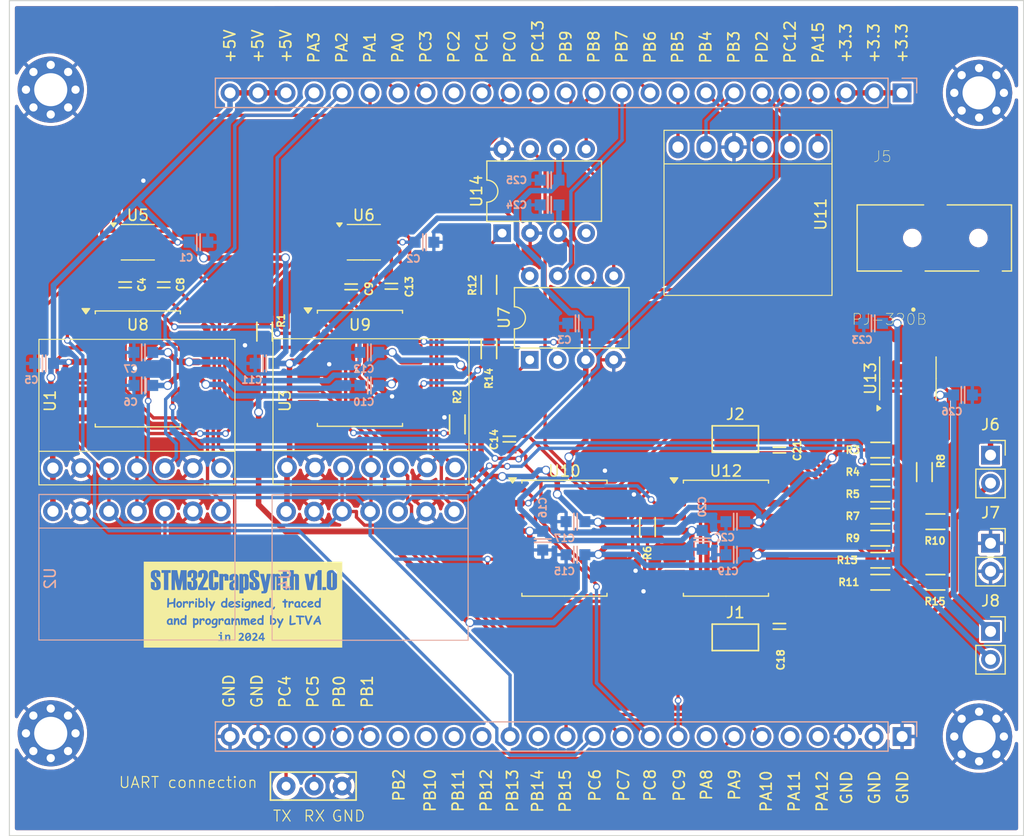
<source format=kicad_pcb>
(kicad_pcb (version 20240108) (generator "pcbnew") (generator_version "8.0")
  (layers (0 "F.Cu" signal) (31 "B.Cu" signal) (34 "B.Paste" user) (35 "F.Paste" user) (36 "B.SilkS" user "B.Silkscreen") (37 "F.SilkS" user "F.Silkscreen") (38 "B.Mask" user) (39 "F.Mask" user) (44 "Edge.Cuts" user))
  (net 0 "")
  (net 1 "+3.3V")
  (net 2 "CH2_TOVOL")
  (net 3 "Net-(U8-VinR)")
  (net 4 "P,+15")
  (net 5 "GND")
  (net 6 "P,-15")
  (net 7 "/PB11")
  (net 8 "Net-(U8-VinL)")
  (net 9 "UART_TX")
  (net 10 "/PB10")
  (net 11 "CH1_TOVOL")
  (net 12 "/PA12{slash}usb_dp")
  (net 13 "CH4_TOVOL")
  (net 14 "/PB14{slash}adc4_in4")
  (net 15 "Net-(U9-VinR)")
  (net 16 "/PA11{slash}usb_dm")
  (net 17 "CH3_TOVOL")
  (net 18 "Net-(U9-VinL)")
  (net 19 "Net-(U10-VinR)")
  (net 20 "/PA8(clock)")
  (net 21 "+5V")
  (net 22 "NOISE_TOVOL")
  (net 23 "DAC_tovol1")
  (net 24 "Net-(U12-VinR)")
  (net 25 "DAC_tovol2")
  (net 26 "Net-(U12-VinL)")
  (net 27 "P,-5")
  (net 28 "ZCEN_2")
  (net 29 "CS_AD9833_3")
  (net 30 "ZCEN_3")
  (net 31 "NOISE_CLK_SEL")
  (net 32 "PWM3")
  (net 33 "/PC2")
  (net 34 "ZCEN_1")
  (net 35 "Analog_CLK")
  (net 36 "PWM1")
  (net 37 "ZCEN_DAC")
  (net 38 "CS_AD9833_2")
  (net 39 "Analog_data")
  (net 40 "/PB12{slash}adc4_in3")
  (net 41 "UART_RX")
  (net 42 "MUX_SEL_3")
  (net 43 "FLASH_MISO")
  (net 44 "FILT_CLK")
  (net 45 "MUX_SEL_4")
  (net 46 "CS_AD9833_1")
  (net 47 "FLASH_CLK")
  (net 48 "MUX_SEL_1")
  (net 49 "PWM4")
  (net 50 "NOISE_CS")
  (net 51 "CS_AD9833_4")
  (net 52 "MUX_SEL_2")
  (net 53 "ATTEN_CS")
  (net 54 "FLASH_MOSI")
  (net 55 "FLASH_CS")
  (net 56 "NOISE_CLK")
  (net 57 "NOISE_DI")
  (net 58 "PWM2")
  (net 59 "Analog_data_out1")
  (net 60 "Analog_data_out2")
  (net 61 "Net-(U13-Output)")
  (net 62 "CH1_OUT")
  (net 63 "CH2_OUT")
  (net 64 "CH3_OUT")
  (net 65 "Analog_data_out3")
  (net 66 "CH4_OUT")
  (net 67 "Net-(U13-In+)")
  (net 68 "NOISE_OUT")
  (net 69 "DAC_out1")
  (net 70 "Net-(U14-Vin)")
  (net 71 "FILTER_FEEDBACK_OUT")
  (net 72 "DAC_out2")
  (net 73 "CH4_TOFILT")
  (net 74 "DDS1_out")
  (net 75 "DDS2_out")
  (net 76 "DDS3_out")
  (net 77 "DDS4_out")
  (net 80 "Net-(U13-In-)")
  (net 84 "/PB2")
  (footprint "Package_SO:SOIC-8_3.9x4.9mm_P1.27mm" (layer "F.Cu") (at 179.5 79.5 90)
    (property "Reference" "U13")
    (property "Value" "~" (hide yes))
  )
  (footprint "project:AD9833" (layer "F.Cu") (at 130.8 87.58 90)
    (property "Reference" "U3")
    (property "Value" "~" (hide yes))
  )
  (footprint "4ms_Resistor:R_0603" (layer "F.Cu") (at 141.5 71 90)
    (property "Reference" "R12")
    (property "Value" "1k_0603_0.1%" (hide yes))
  )
  (footprint "Package_SO:SOIC-16W_7.5x10.3mm_P1.27mm" (layer "F.Cu") (at 163 94)
    (property "Reference" "U12")
    (property "Value" "~" (hide yes))
  )
  (footprint "4ms_Resistor:R_0603" (layer "F.Cu") (at 182 98)
    (property "Reference" "R15")
    (property "Value" "1k_0603_0.1%" (hide yes))
  )
  (footprint "4ms_Capacitor:C_0805" (layer "F.Cu") (at 132.65 71.135 90)
    (property "Reference" "C13")
    (property "Value" "22uF_0603_16V" (hide yes))
  )
  (footprint "Package_SO:SOIC-16W_7.5x10.3mm_P1.27mm" (layer "F.Cu") (at 148.35 94)
    (property "Reference" "U10")
    (property "Value" "~" (hide yes))
  )
  (footprint "4ms_Resistor:R_0603" (layer "F.Cu") (at 177 96)
    (property "Reference" "R13")
    (property "Value" "3.0k_0603_0.1%" (hide yes))
  )
  (footprint "project:W25Q128_board" (layer "F.Cu") (at 165 58.5 -90)
    (property "Reference" "U11")
    (property "Value" "~" (hide yes))
  )
  (footprint "Package_SO:SOIC-16W_7.5x10.3mm_P1.27mm" (layer "F.Cu") (at 109.65 78.635)
    (property "Reference" "U8")
    (property "Value" "~" (hide yes))
  )
  (footprint "myLibrary:M3" (layer "F.Cu") (at 185.962184 53.577958)
    (property "Reference" "J4" (hide yes))
    (property "Value" "Conn_01x01" (hide yes))
  )
  (footprint "4ms_Connector:Socket_1x02_2.54mm_TH" (layer "F.Cu") (at 187 94.46)
    (property "Reference" "J7")
    (property "Value" "Screw_Terminal_01x02" (hide yes))
  )
  (footprint "4ms_Capacitor:C_0805" (layer "F.Cu") (at 112 71 90)
    (property "Reference" "C8")
    (property "Value" "22uF_0603_16V" (hide yes))
  )
  (footprint "TestPoint:TestPoint_Keystone_5019_Minature" (layer "F.Cu") (at 163.85 103)
    (property "Reference" "J1")
    (property "Value" "~" (hide yes))
  )
  (footprint "4ms_Resistor:R_0603" (layer "F.Cu") (at 177 92)
    (property "Reference" "R7")
    (property "Value" "3.0k_0603_0.1%" (hide yes))
  )
  (footprint "4ms_Resistor:R_0603" (layer "F.Cu") (at 177 98)
    (property "Reference" "R11")
    (property "Value" "3.0k_0603_0.1%" (hide yes))
  )
  (footprint "project:logo_negative" (layer "F.Cu") (at 119.19 100.03)
    (property "Reference" "G***" (hide yes))
    (property "Value" "LOGO" (hide yes))
  )
  (footprint "Package_SO:VSSOP-10_3x3mm_P0.5mm" (layer "F.Cu") (at 130.15 67.135)
    (property "Reference" "U6")
    (property "Value" "~" (hide yes))
  )
  (footprint "project:BOOMELE_PJ-320B" (layer "F.Cu") (at 182.9 66.75)
    (property "Reference" "J5")
    (property "Value" "PJ-320B")
  )
  (footprint "4ms_Resistor:R_0603" (layer "F.Cu") (at 138.63 83.67 -90)
    (property "Reference" "R2")
    (property "Value" "100k_0603" (hide yes))
  )
  (footprint "myLibrary:M3" (layer "F.Cu") (at 185.960142 112)
    (property "Reference" "J3" (hide yes))
    (property "Value" "Conn_01x01" (hide yes))
  )
  (footprint "project:UART_port" (layer "F.Cu") (at 125.64 116.5)
    (property "Reference" "J9" (hide yes))
    (property "Value" "~" (hide yes))
  )
  (footprint "4ms_Connector:Socket_1x02_2.54mm_TH" (layer "F.Cu") (at 187 86.46)
    (property "Reference" "J6")
    (property "Value" "Screw_Terminal_01x02" (hide yes))
  )
  (footprint "4ms_Package_DIP:DIP-8pin_TH" (layer "F.Cu") (at 145.2 77.81 90)
    (property "Reference" "U7")
    (property "Value" "~" (hide yes))
  )
  (footprint "project:AD9833" (layer "F.Cu") (at 109.57 87.635 90)
    (property "Reference" "U1")
    (property "Value" "~" (hide yes))
  )
  (footprint "TestPoint:TestPoint_Keystone_5019_Minature" (layer "F.Cu") (at 163.85 85)
    (property "Reference" "J2")
    (property "Value" "~" (hide yes))
  )
  (footprint "4ms_Resistor:R_0603" (layer "F.Cu") (at 182 92.5)
    (property "Reference" "R10")
    (property "Value" "1k_0603_0.1%" (hide yes))
  )
  (footprint "4ms_Capacitor:C_0805" (layer "F.Cu") (at 143.35 85 90)
    (property "Reference" "C14")
    (property "Value" "22uF_0603_16V" (hide yes))
  )
  (footprint "4ms_Connector:Socket_1x02_2.54mm_TH" (layer "F.Cu") (at 187 102.46)
    (property "Reference" "J8")
    (property "Value" "Screw_Terminal_01x02" (hide yes))
  )
  (footprint "4ms_Resistor:R_0603" (layer "F.Cu") (at 177 90)
    (property "Reference" "R5")
    (property "Value" "3.0k_0603_0.1%" (hide yes))
  )
  (footprint "Package_SO:SOIC-16W_7.5x10.3mm_P1.27mm" (layer "F.Cu") (at 129.8 78.58)
    (property "Reference" "U9")
    (property "Value" "~" (hide yes))
  )
  (footprint "4ms_Capacitor:C_0805" (layer "F.Cu") (at 129 71.185 90)
    (property "Reference" "C9")
    (property "Value" "22uF_0603_16V" (hide yes))
  )
  (footprint "4ms_Resistor:R_0603" (layer "F.Cu") (at 177 94)
    (property "Reference" "R9")
    (property "Value" "3.0k_0603_0.1%" (hide yes))
  )
  (footprint "myLibrary:M3" (layer "F.Cu") (at 101.750142 111.71)
    (property "Reference" "J5" (hide yes))
    (property "Value" "Conn_01x01")
  )
  (footprint "4ms_Resistor:R_0603" (layer "F.Cu") (at 121.15 75.25 -90)
    (property "Reference" "R1")
    (property "Value" "100k_0603" (hide yes))
  )
  (footprint "4ms_Resistor:R_0603" (layer "F.Cu") (at 181 88 -90)
    (property "Reference" "R8")
    (property "Value" "2.2k_0603" (hide yes))
  )
  (footprint "4ms_Capacitor:C_0805" (layer "F.Cu") (at 108.5 71 90)
    (property "Reference" "C4")
    (property "Value" "22uF_0603_16V" (hide yes))
  )
  (footprint "4ms_Capacitor:C_0805" (layer "F.Cu") (at 167.85 86 90)
    (property "Reference" "C21")
    (property "Value" "22uF_0603_16V" (hide yes))
  )
  (footprint "Package_SO:VSSOP-10_3x3mm_P0.5mm" (layer "F.Cu") (at 109.65 67.135)
    (property "Reference" "U5")
    (property "Value" "~" (hide yes))
  )
  (footprint "4ms_Package_DIP:DIP-8pin_TH" (layer "F.Cu") (at 142.7 66.31 90)
    (property "Reference" "U14")
    (property "Value" "~" (hide yes))
  )
  (footprint "4ms_Resistor:R_0603" (layer "F.Cu") (at 177 88)
    (property "Reference" "R4")
    (property "Value" "3.0k_0603_0.1%" (hide yes))
  )
  (footprint "4ms_Resistor:R_0603" (layer "F.Cu") (at 141.5 76.85 -90)
    (property "Reference" "R14")
    (property "Value" "1k_0603_0.1%" (hide yes))
  )
  (footprint "4ms_Capacitor:C_0805" (layer "F.Cu") (at 167.85 102 -90)
    (property "Reference" "C18")
    (property "Value" "22uF_0603_16V" (hide yes))
  )
  (footprint "4ms_Resistor:R_0603" (layer "F.Cu") (at 155.88 92.99 90)
    (property "Reference" "R6")
    (property "Value" "100k_0603" (hide yes))
  )
  (footprint "4ms_Resistor:R_0603" (layer "F.Cu") (at 177 86)
    (property "Reference" "R3")
    (property "Value" "3.0k_0603_0.1%" (hide yes))
  )
  (footprint "4ms_Capacitor:C_0603" (layer "B.Cu") (at 147 61.5 180)
    (property "Reference" "C25")
    (property "Value" "0.22uF_0603_25V" (hide yes))
  )
  (footprint "4ms_Capacitor:C_0603" (layer "B.Cu") (at 149.5 74.5 180)
    (property "Reference" "C3")
    (property "Value" "0.22uF_0603_25V" (hide yes))
  )
  (footprint "4ms_Capacitor:C_0603" (layer "B.Cu") (at 147 63.75 180)
    (property "Reference" "C24")
    (property "Value" "0.22uF_0603_25V" (hide yes))
  )
  (footprint "4ms_Capacitor:C_0603" (layer "B.Cu") (at 110.15 77.135 180)
    (property "Reference" "C7")
    (property "Value" "0.22uF_0603_25V" (hide yes))
  )
  (footprint "4ms_Capacitor:C_0603" (layer "B.Cu") (at 130.65 77.135 180)
    (property "Reference" "C12")
    (property "Value" "0.22uF_0603_25V" (hide yes))
  )
  (footprint "4ms_Capacitor:C_0603" (layer "B.Cu") (at 146.38 94.22 -90)
    (property "Reference" "C16")
    (property "Value" "0.22uF_0603_25V" (hide yes))
  )
  (footprint "4ms_Capacitor:C_0603" (layer "B.Cu") (at 115.15 67.135)
    (property "Reference" "C1")
    (property "Value" "0.22uF_0603_25V" (hide yes))
  )
  (footprint "project:AD9833" (layer "B.Cu") (at 130.72 91.58 -90)
    (property "Reference" "U4")
    (property "Value" "~" (hide yes))
  )
  (footprint "Connector_PinSocket_2.54mm:PinSocket_1x25_P2.54mm_Vertical" (layer "B.Cu") (at 178.975142 112 90)
    (property "Reference" "J3" (hide yes))
    (property "Value" "Conn_01x25_Socket" (hide yes))
  )
  (footprint "4ms_Capacitor:C_0603" (layer "B.Cu") (at 130.65 80.135 180)
    (property "Reference" "C10")
    (property "Value" "0.22uF_0603_25V" (hide yes))
  )
  (footprint "project:AD9833" (layer "B.Cu") (at 109.57 91.555 -90)
    (property "Reference" "U2")
    (property "Value" "~" (hide yes))
  )
  (footprint "4ms_Capacitor:C_0603" (layer "B.Cu") (at 110.15 80.135 180)
    (property "Reference" "C6")
    (property "Value" "0.22uF_0603_25V" (hide yes))
  )
  (footprint "4ms_Capacitor:C_0603" (layer "B.Cu") (at 101.15 78.135 180)
    (property "Reference" "C5")
    (property "Value" "0.22uF_0603_25V" (hide yes))
  )
  (footprint "4ms_Capacitor:C_0603" (layer "B.Cu") (at 121.15 78.135 180)
    (property "Reference" "C11")
    (property "Value" "0.22uF_0603_25V" (hide yes))
  )
  (footprint "4ms_Capacitor:C_0603" (layer "B.Cu") (at 163.85 92.5 180)
    (property "Reference" "C22")
    (property "Value" "0.22uF_0603_25V" (hide yes))
  )
  (footprint "4ms_Capacitor:C_0603" (layer "B.Cu") (at 176.35 74.5 180)
    (property "Reference" "C23")
    (property "Value" "0.22uF_0603_25V" (hide yes))
  )
  (footprint "4ms_Capacitor:C_0603" (layer "B.Cu") (at 160.85 94.15 -90)
    (property "Reference" "C20")
    (property "Value" "0.22uF_0603_25V" (hide yes))
  )
  (footprint "myLibrary:M3" (layer "B.Cu") (at 101.750142 53.29 180)
    (property "Reference" "J2" (hide yes))
    (property "Value" "Conn_01x01" (hide yes))
  )
  (footprint "4ms_Capacitor:C_0603" (layer "B.Cu") (at 135.65 67.135)
    (property "Reference" "C2")
    (property "Value" "0.22uF_0603_25V" (hide yes))
  )
  (footprint "Connector_PinSocket_2.54mm:PinSocket_1x25_P2.54mm_Vertical" (layer "B.Cu") (at 178.975142 53.58 90)
    (property "Reference" "J4" (hide yes))
    (property "Value" "Conn_01x25_Socket" (hide yes))
  )
  (footprint "4ms_Capacitor:C_0603" (layer "B.Cu") (at 149.35 92.5 180)
    (property "Reference" "C17")
    (property "Value" "0.22uF_0603_25V" (hide yes))
  )
  (footprint "4ms_Capacitor:C_0603" (layer "B.Cu") (at 184.5 81)
    (property "Reference" "C26")
    (property "Value" "0.22uF_0603_25V" (hide yes))
  )
  (footprint "4ms_Capacitor:C_0603" (layer "B.Cu") (at 163.85 95.5 180)
    (property "Reference" "C19")
    (property "Value" "0.22uF_0603_25V" (hide yes))
  )
  (footprint "4ms_Capacitor:C_0603" (layer "B.Cu") (at 149.35 95.5 180)
    (property "Reference" "C15")
    (property "Value" "0.22uF_0603_25V" (hide yes))
  )
  (gr_circle (center 101.760142 53.301285) (end 101.700142 51.901285) (stroke (width 0.1)) (fill none) (layer "Edge.Cuts"))
  (gr_circle (center 185.960142 53.58) (end 185.660142 52.179734) (stroke (width 0.1)) (fill none) (layer "Edge.Cuts"))
  (gr_line (start 190 121) (end 190 45.2) (stroke (width 0.1)) (layer "Edge.Cuts"))
  (gr_circle (center 186 112) (end 185.98 110.6) (stroke (width 0.1)) (fill none) (layer "Edge.Cuts"))
  (gr_circle (center 101.750142 111.710571) (end 101.790142 110.310571) (stroke (width 0.1)) (fill none) (layer "Edge.Cuts"))
  (gr_line (start 98 45.21) (end 190 45.2) (stroke (width 0.1)) (layer "Edge.Cuts"))
  (gr_circle (center 101.725142 53.301285) (end 101.665142 51.901285) (stroke (width 0.1)) (fill none) (layer "Edge.Cuts"))
  (gr_line (start 190 121) (end 98 121) (stroke (width 0.1)) (layer "Edge.Cuts"))
  (gr_line (start 98 45.21) (end 98 121) (stroke (width 0.1)) (layer "Edge.Cuts"))
  (gr_circle (center 101.715142 111.710571) (end 101.755142 110.310571) (stroke (width 0.1)) (fill none) (layer "Edge.Cuts"))
  (gr_text "+3.3" (at 177 50.97 90) (layer "F.SilkS") (effects (font (size 1 1)) (justify left bottom)))
  (gr_text "PB9" (at 149.06 50.97 90) (layer "F.SilkS") (effects (font (size 1 1)) (justify left bottom)))
  (gr_text "GND" (at 174.52 118.25 90) (layer "F.SilkS") (effects (font (size 1 1)) (justify left bottom)))
  (gr_text "+5V" (at 123.66 50.97 90) (layer "F.SilkS") (effects (font (size 1 1)) (justify left bottom)))
  (gr_text "PA1" (at 131.28 50.97 90) (layer "F.SilkS") (effects (font (size 1 1)) (justify left bottom)))
  (gr_text "PB8" (at 151.6 50.97 90) (layer "F.SilkS") (effects (font (size 1 1)) (justify left bottom)))
  (gr_text "PB0" (at 128.5 109.5 90) (layer "F.SilkS") (effects (font (size 1 1)) (justify left bottom)))
  (gr_text "PB11" (at 139.29 118.95 90) (layer "F.SilkS") (effects (font (size 1 1)) (justify left bottom)))
  (gr_text "PC1" (at 141.44 50.97 90) (layer "F.SilkS") (effects (font (size 1 1)) (justify left bottom)))
  (gr_text "PC3" (at 136.36 50.97 90) (layer "F.SilkS") (effects (font (size 1 1)) (justify left bottom)))
  (gr_text "+3.3" (at 179.54 50.97 90) (layer "F.SilkS") (effects (font (size 1 1)) (justify left bottom)))
  (gr_text "PB5" (at 159.2 51 90) (layer "F.SilkS") (effects (font (size 1 1)) (justify left bottom)))
  (gr_text "PA0" (at 133.82 50.97 90) (layer "F.SilkS") (effects (font (size 1 1)) (justify left bottom)))
  (gr_text "GND" (at 179.6 118.25 90) (layer "F.SilkS") (effects (font (size 1 1)) (justify left bottom)))
  (gr_text "PC4" (at 123.58 109.5 90) (layer "F.SilkS") (effects (font (size 1 1)) (justify left bottom)))
  (gr_text "PA12" (at 172.31 118.95 90) (layer "F.SilkS") (effects (font (size 1 1)) (justify left bottom)))
  (gr_text "+5V" (at 121.12 50.97 90) (layer "F.SilkS") (effects (font (size 1 1)) (justify left bottom)))
  (gr_text "PB1" (at 131.04 109.5 90) (layer "F.SilkS") (effects (font (size 1 1)) (justify left bottom)))
  (gr_text "PB13" (at 144.219858 118.97 90) (layer "F.SilkS") (effects (font (size 1 1)) (justify left bottom)))
  (gr_text "PD2" (at 166.85 51 90) (layer "F.SilkS") (effects (font (size 1 1)) (justify left bottom)))
  (gr_text "PC0" (at 143.98 50.97 90) (layer "F.SilkS") (effects (font (size 1 1)) (justify left bottom)))
  (gr_text "PA10" (at 167.23 118.95 90) (layer "F.SilkS") (effects (font (size 1 1)) (justify left bottom)))
  (gr_text "PA9" (at 164.36 117.89 90) (layer "F.SilkS") (effects (font (size 1 1)) (justify left bottom)))
  (gr_text "PC9" (at 159.35 118 90) (layer "F.SilkS") (effects (font (size 1 1)) (justify left bottom)))
  (gr_text "PB4" (at 161.75 51 90) (layer "F.SilkS") (effects (font (size 1 1)) (justify left bottom)))
  (gr_text "PA2" (at 128.74 50.97 90) (layer "F.SilkS") (effects (font (size 1 1)) (justify left bottom)))
  (gr_text "+3.3" (at 174.46 50.97 90) (layer "F.SilkS") (effects (font (size 1 1)) (justify left bottom)))
  (gr_text "PA3" (at 126.2 50.97 90) (layer "F.SilkS") (effects (font (size 1 1)) (justify left bottom)))
  (gr_text "GND" (at 118.5 109.5 90) (layer "F.SilkS") (effects (font (size 1 1)) (justify left bottom)))
  (gr_text "PB10" (at 136.75 118.95 90) (layer "F.SilkS") (effects (font (size 1 1)) (justify left bottom)))
  (gr_text "PB14" (at 146.5 119 90) (layer "F.SilkS") (effects (font (size 1 1)) (justify left bottom)))
  (gr_text "PB12" (at 141.83 118.95 90) (layer "F.SilkS") (effects (font (size 1 1)) (justify left bottom)))
  (gr_text "PC7" (at 154.3 118 90) (layer "F.SilkS") (effects (font (size 1 1)) (justify left bottom)))
  (gr_text "PC6" (at 151.7 118 90) (layer "F.SilkS") (effects (font (size 1 1)) (justify left bottom)))
  (gr_text "PB6" (at 156.7 51 90) (layer "F.SilkS") (effects (font (size 1 1)) (justify left bottom)))
  (gr_text "PA8" (at 161.82 117.89 90) (layer "F.SilkS") (effects (font (size 1 1)) (justify left bottom)))
  (gr_text "PC13" (at 146.52 50.97 90) (layer "F.SilkS") (effects (font (size 1 1)) (justify left bottom)))
  (gr_text "PB15" (at 149 119 90) (layer "F.SilkS") (effects (font (size 1 1)) (justify left bottom)))
  (gr_text "PB2" (at 133.92 117.98 90) (layer "F.SilkS") (effects (font (size 1 1)) (justify left bottom)))
  (gr_text "PC12" (at 169.4 51 90) (layer "F.SilkS") (effects (font (size 1 1)) (justify left bottom)))
  (gr_text "PC2" (at 138.9 50.97 90) (layer "F.SilkS") (effects (font (size 1 1)) (justify left bottom)))
  (gr_text "PC5" (at 126.12 109.5 90) (layer "F.SilkS") (effects (font (size 1 1)) (justify left bottom)))
  (gr_text "+5V" (at 118.58 50.97 90) (layer "F.SilkS") (effects (font (size 1 1)) (justify left bottom)))
  (gr_text "PA11" (at 169.77 118.95 90) (layer "F.SilkS") (effects (font (size 1 1)) (justify left bottom)))
  (gr_text "GND" (at 121.04 109.5 90) (layer "F.SilkS") (effects (font (size 1 1)) (justify left bottom)))
  (gr_text "PA15" (at 171.95 51 90) (layer "F.SilkS") (effects (font (size 1 1)) (justify left bottom)))
  (gr_text "PC8" (at 156.7 118 90) (layer "F.SilkS") (effects (font (size 1 1)) (justify left bottom)))
  (gr_text "PB7" (at 154.14 50.97 90) (layer "F.SilkS") (effects (font (size 1 1)) (justify left bottom)))
  (gr_text "PB3" (at 164.3 51 90) (layer "F.SilkS") (effects (font (size 1 1)) (justify left bottom)))
  (gr_text "GND" (at 177.06 118.25 90) (layer "F.SilkS") (effects (font (size 1 1)) (justify left bottom)))
  (segment (start 173.895142 53.58) (end 176.435142 53.58) (width 0.5) (layer "F.Cu") (net 1))
  (segment (start 171.35 56.125142) (end 173.895142 53.58) (width 0.5) (layer "F.Cu") (net 1))
  (segment (start 171.35 58.5) (end 171.35 56.125142) (width 0.5) (layer "F.Cu") (net 1))
  (segment (start 176.435142 53.58) (end 178.975142 53.58) (width 0.5) (layer "F.Cu") (net 1))
  (segment (start 109.3 69.25) (end 108.5 70.05) (width 0.3) (layer "F.Cu") (net 2))
  (segment (start 109.3 67.61312) (end 109.3 69.25) (width 0.3) (layer "F.Cu") (net 2))
  (segment (start 110.77812 66.135) (end 109.3 67.61312) (width 0.3) (layer "F.Cu") (net 2))
  (segment (start 111.85 66.135) (end 110.77812 66.135) (width 0.3) (layer "F.Cu") (net 2))
  (segment (start 108.5 80.51) (end 111.07 83.08) (width 0.3) (layer "F.Cu") (net 3))
  (segment (start 111.07 83.08) (end 114.3 83.08) (width 0.3) (layer "F.Cu") (net 3))
  (segment (start 108.5 71.95) (end 108.5 80.51) (width 0.3) (layer "F.Cu") (net 3))
  (segment (start 166.655 94.635) (end 167.65 94.635) (width 0.5) (layer "F.Cu") (net 4))
  (segment (start 113.23 79.27) (end 114.3 79.27) (width 0.5) (layer "F.Cu") (net 4))
  (segment (start 134.45 79.215) (end 133.455 79.215) (width 0.5) (layer "F.Cu") (net 4))
  (segment (start 120.605831 90.951179) (end 120.605831 82.555831) (width 0.5) (layer "F.Cu") (net 4))
  (segment (start 115.818322 80.041004) (end 115.818322 80.018322) (width 0.5) (layer "F.Cu") (net 4))
  (segment (start 115.818322 80.018322) (end 115.07 79.27) (width 0.5) (layer "F.Cu") (net 4))
  (segment (start 139.688884 101.658884) (end 131.429 93.399) (width 0.5) (layer "F.Cu") (net 4))
  (segment (start 131.429 93.399) (end 123.053652 93.399) (width 0.5) (layer "F.Cu") (net 4))
  (segment (start 115.07 79.27) (end 114.3 79.27) (width 0.5) (layer "F.Cu") (net 4))
  (segment (start 133.455 79.215) (end 132.67 80) (width 0.5) (layer "F.Cu") (net 4))
  (segment (start 165.9 95.39) (end 165.9 95.5) (width 0.5) (layer "F.Cu") (net 4))
  (segment (start 153 94.635) (end 152.260136 94.635) (width 0.5) (layer "F.Cu") (net 4))
  (segment (start 112.36 80.14) (end 113.23 79.27) (width 0.5) (layer "F.Cu") (net 4))
  (segment (start 139.771116 101.658884) (end 139.688884 101.658884) (width 0.5) (layer "F.Cu") (net 4))
  (segment (start 178.865 77.025) (end 178.865 74.845) (width 0.5) (layer "F.Cu") (net 4))
  (segment (start 166.655 94.635) (end 165.9 95.39) (width 0.5) (layer "F.Cu") (net 4))
  (segment (start 123.053652 93.399) (end 120.605831 90.951179) (width 0.5) (layer "F.Cu") (net 4))
  (segment (start 152.260136 94.635) (end 151.430161 95.464975) (width 0.5) (layer "F.Cu") (net 4))
  (segment (start 178.865 74.845) (end 178.53 74.51) (width 0.5) (layer "F.Cu") (net 4))
  (via (at 165.9 95.5) (size 0.8) (drill 0.6) (layers "F.Cu" "B.Cu") (net 4))
  (via (at 120.605831 82.555831) (size 0.8) (drill 0.6) (layers "F.Cu" "B.Cu") (net 4))
  (via (at 139.771116 101.658884) (size 0.8) (drill 0.6) (layers "F.Cu" "B.Cu") (net 4))
  (via (at 132.67 80) (size 0.8) (drill 0.6) (layers "F.Cu" "B.Cu") (net 4))
  (via (at 178.53 74.51) (size 0.8) (drill 0.6) (layers "F.Cu" "B.Cu") (net 4))
  (via (at 112.36 80.14) (size 0.8) (drill 0.6) (layers "F.Cu" "B.Cu") (net 4))
  (via (at 151.430161 95.464975) (size 0.8) (drill 0.6) (layers "F.Cu" "B.Cu") (net 4))
  (via (at 115.818322 80.041004) (size 0.8) (drill 0.6) (layers "F.Cu" "B.Cu") (net 4))
  (segment (start 178.53 96.53) (end 178.53 95.48) (width 0.5) (layer "B.Cu") (net 4))
  (segment (start 165.9 95.5) (end 178.51 95.5) (width 0.5) (layer "B.Cu") (net 4))
  (segment (start 112.36 80.14) (end 111.005 80.14) (width 0.5) (layer "B.Cu") (net 4))
  (segment (start 120.605831 82.555831) (end 120.605831 81.100831) (width 0.5) (layer "B.Cu") (net 4))
  (segment (start 164.7 95.5) (end 163.75 96.45) (width 0.5) (layer "B.Cu") (net 4))
  (segment (start 150.235025 95.464975) (end 150.2 95.5) (width 0.5) (layer "B.Cu") (net 4))
  (segment (start 111.005 80.14) (end 111 80.135) (width 0.5) (layer "B.Cu") (net 4))
  (segment (start 131.635 80) (end 131.5 80.135) (width 0.5) (layer "B.Cu") (net 4))
  (segment (start 164.7 95.5) (end 165.9 95.5) (width 0.5) (layer "B.Cu") (net 4))
  (segment (start 132.67 80) (end 131.635 80) (width 0.5) (layer "B.Cu") (net 4))
  (segment (start 187 105) (end 178.53 96.53) (width 0.5) (layer "B.Cu") (net 4))
  (segment (start 155.702376 96.45) (end 154.717351 95.464975) (width 0.5) (layer "B.Cu") (net 4))
  (segment (start 178.51 95.5) (end 178.53 95.48) (width 0.5) (layer "B.Cu") (net 4))
  (segment (start 150.2 95.5) (end 150.2 98.832082) (width 0.5) (layer "B.Cu") (net 4))
  (segment (start 117.281004 80.041004) (end 118.325 81.085) (width 0.5) (layer "B.Cu") (net 4))
  (segment (start 178.53 74.51) (end 177.21 74.51) (width 0.5) (layer "B.Cu") (net 4))
  (segment (start 118.325 81.085) (end 120.59 81.085) (width 0.5) (layer "B.Cu") (net 4))
  (segment (start 177.21 74.51) (end 177.2 74.5) (width 0.5) (layer "B.Cu") (net 4))
  (segment (start 178.53 95.48) (end 178.53 74.51) (width 0.5) (layer "B.Cu") (net 4))
  (segment (start 115.818322 80.041004) (end 117.281004 80.041004) (width 0.5) (layer "B.Cu") (net 4))
  (segment (start 130.55 81.085) (end 120.59 81.085) (width 0.5) (layer "B.Cu") (net 4))
  (segment (start 147.373198 101.658884) (end 139.771116 101.658884) (width 0.5) (layer "B.Cu") (net 4))
  (segment (start 151.430161 95.464975) (end 150.235025 95.464975) (width 0.5) (layer "B.Cu") (net 4))
  (segment (start 154.717351 95.464975) (end 151.430161 95.464975) (width 0.5) (layer "B.Cu") (net 4))
  (segment (start 131.5 80.135) (end 130.55 81.085) (width 0.5) (layer "B.Cu") (net 4))
  (segment (start 120.605831 81.100831) (end 120.59 81.085) (width 0.5) (layer "B.Cu") (net 4))
  (segment (start 163.75 96.45) (end 155.702376 96.45) (width 0.5) (layer "B.Cu") (net 4))
  (segment (start 150.2 98.832082) (end 147.373198 101.658884) (width 0.5) (layer "B.Cu") (net 4))
  (via (at 152.02 87.87) (size 0.6) (drill 0.4) (layers "F.Cu" "B.Cu") (net 5))
  (via (at 110.15 61.55) (size 0.6) (drill 0.4) (layers "F.Cu" "B.Cu") (net 5))
  (via (at 127.01 78.21) (size 0.6) (drill 0.4) (layers "F.Cu" "B.Cu") (net 5))
  (via (at 137.46 83.03) (size 0.6) (drill 0.4) (layers "F.Cu" "B.Cu") (net 5))
  (via (at 155.52 98.82) (size 0.6) (drill 0.4) (layers "F.Cu" "B.Cu") (net 5))
  (via (at 154.65 90.03) (size 0.6) (drill 0.4) (layers "F.Cu" "B.Cu") (net 5))
  (via (at 109.37 78.58) (size 0.6) (drill 0.4) (layers "F.Cu" "B.Cu") (net 5))
  (via (at 132.71 81.13) (size 0.6) (drill 0.4) (layers "F.Cu" "B.Cu") (net 5))
  (via (at 119.37 76.49) (size 0.6) (drill 0.4) (layers "F.Cu" "B.Cu") (net 5))
  (via (at 154.8 96.95) (size 0.6) (drill 0.4) (layers "F.Cu" "B.Cu") (net 5))
  (segment (start 134.45 77.945) (end 133.545 77.945) (width 0.5) (layer "F.Cu") (net 6))
  (segment (start 147.7 88.850575) (end 147.7 90) (width 0.5) (layer "F.Cu") (net 6))
  (segment (start 113.24 78) (end 112.38 77.14) (width 0.5) (layer "F.Cu") (net 6))
  (segment (start 152.215 93.365) (end 151.38 92.53) (width 0.5) (layer "F.Cu") (net 6))
  (segment (start 138.92967 78.270331) (end 140.78 80.120661) (width 0.5) (layer "F.Cu") (net 6))
  (segment (start 141.440787 88.4) (end 142.71 88.4) (width 0.5) (layer "F.Cu") (net 6))
  (segment (start 140.78 80.120661) (end 140.78 87.739213) (width 0.5) (layer "F.Cu") (net 6))
  (segment (start 140.78 87.739213) (end 141.440787 88.4) (width 0.5) (layer "F.Cu") (net 6))
  (segment (start 172.62 86.71) (end 173.300659 86.029341) (width 0.5) (layer "F.Cu") (net 6))
  (segment (start 173.300659 83.529341) (end 176.78 80.05) (width 0.5) (layer "F.Cu") (net 6))
  (segment (start 181.405 81.000001) (end 181.405 81.975) (width 0.5) (layer "F.Cu") (net 6))
  (segment (start 181.465 81.975) (end 182.43 81.01) (width 0.5) (layer "F.Cu") (net 6))
  (segment (start 133.545 77.945) (end 132.73 77.13) (width 0.5) (layer "F.Cu") (net 6))
  (segment (start 153 93.365) (end 152.215 93.365) (width 0.5) (layer "F.Cu") (net 6))
  (segment (start 181.405 81.975) (end 181.465 81.975) (width 0.5) (layer "F.Cu") (net 6))
  (segment (start 180.454999 80.05) (end 181.405 81.000001) (width 0.5) (layer "F.Cu") (net 6))
  (segment (start 173.300659 86.029341) (end 173.300659 83.529341) (width 0.5) (layer "F.Cu") (net 6))
  (segment (start 166.845 93.365) (end 165.98 92.5) (width 0.5) (layer "F.Cu") (net 6))
  (segment (start 176.78 80.05) (end 180.454999 80.05) (width 0.5) (layer "F.Cu") (net 6))
  (segment (start 146.669425 87.82) (end 147.7 88.850575) (width 0.5) (layer "F.Cu") (net 6))
  (segment (start 138.92967 78.27033) (end 138.92967 78.270331) (width 0.5) (layer "F.Cu") (net 6))
  (segment (start 167.65 93.365) (end 166.845 93.365) (width 0.5) (layer "F.Cu") (net 6))
  (segment (start 114.3 78) (end 113.24 78) (width 0.5) (layer "F.Cu") (net 6))
  (via (at 138.92967 78.27033) (size 0.8) (drill 0.6) (layers "F.Cu" "B.Cu") (net 6))
  (via (at 142.71 88.4) (size 0.8) (drill 0.6) (layers "F.Cu" "B.Cu") (net 6))
  (via (at 172.62 86.71) (size 0.8) (drill 0.6) (layers "F.Cu" "B.Cu") (net 6))
  (via (at 151.38 92.53) (size 0.8) (drill 0.6) (layers "F.Cu" "B.Cu") (net 6))
  (via (at 182.43 81.01) (size 0.8) (drill 0.6) (layers "F.Cu" "B.Cu") (net 6))
  (via (at 147.7 90) (size 0.8) (drill 0.6) (layers "F.Cu" "B.Cu") (net 6))
  (via (at 132.73 77.13) (size 0.8) (drill 0.6) (layers "F.Cu" "B.Cu") (net 6))
  (via (at 114.3 78) (size 0.8) (drill 0.6) (layers "F.Cu" "B.Cu") (net 6))
  (via (at 146.669425 87.82) (size 0.8) (drill 0.6) (layers "F.Cu" "B.Cu") (net 6))
  (via (at 165.98 92.5) (size 0.8) (drill 0.6) (layers "F.Cu" "B.Cu") (net 6))
  (via (at 112.38 77.14) (size 0.8) (drill 0.6) (layers "F.Cu" "B.Cu") (net 6))
  (segment (start 112.38 77.14) (end 111.005 77.14) (width 0.5) (layer "B.Cu") (net 6))
  (segment (start 131.505 77.13) (end 131.5 77.135) (width 0.5) (layer "B.Cu") (net 6))
  (segment (start 183.64 81.01) (end 183.65 81) (width 0.5) (layer "B.Cu") (net 6))
  (segment (start 165.98 92.5) (end 165.98 91.73) (width 0.5) (layer "B.Cu") (net 6))
  (segment (start 171.127272 88.202728) (end 170.277272 88.202728) (width 0.5) (layer "B.Cu") (net 6))
  (segment (start 133.45 77.85) (end 132.73 77.13) (width 0.5) (layer "B.Cu") (net 6))
  (segment (start 132.73 77.13) (end 131.505 77.13) (width 0.5) (layer "B.Cu") (net 6))
  (segment (start 165.98 91.73) (end 165.47 91.22) (width 0.5) (layer "B.Cu") (net 6))
  (segment (start 146.01939 87.82) (end 145.43939 88.4) (width 0.5) (layer "B.Cu") (net 6))
  (segment (start 165.47 91.22) (end 159.65 91.22) (width 0.5) (layer "B.Cu") (net 6))
  (segment (start 126.927624 79.7) (end 127.422624 79.205) (width 0.5) (layer "B.Cu") (net 6))
  (segment (start 145.43939 88.4) (end 142.71 88.4) (width 0.5) (layer "B.Cu") (net 6))
  (segment (start 150.23 92.53) (end 150.2 92.5) (width 0.5) (layer "B.Cu") (net 6))
  (segment (start 111.005 77.14) (end 111 77.135) (width 0.5) (layer "B.Cu") (net 6))
  (segment (start 172.62 86.71) (end 171.127272 88.202728) (width 0.5) (layer "B.Cu") (net 6))
  (segment (start 159.65 91.22) (end 158.34 92.53) (width 0.5) (layer "B.Cu") (net 6))
  (segment (start 165.98 92.5) (end 164.7 92.5) (width 0.5) (layer "B.Cu") (net 6))
  (segment (start 146.669425 87.82) (end 146.01939 87.82) (width 0.5) (layer "B.Cu") (net 6))
  (segment (start 182.43 81.01) (end 183.64 81.01) (width 0.5) (layer "B.Cu") (net 6))
  (segment (start 127.422624 79.205) (end 129.43 79.205) (width 0.5) (layer "B.Cu") (net 6))
  (segment (start 158.34 92.53) (end 151.38 92.53) (width 0.5) (layer "B.Cu") (net 6))
  (segment (start 114.3 78) (end 117.62 78) (width 0.5) (layer "B.Cu") (net 6))
  (segment (start 170.277272 88.202728) (end 165.98 92.5) (width 0.5) (layer "B.Cu") (net 6))
  (segment (start 183.65 99.11) (end 183.65 81) (width 0.5) (layer "B.Cu") (net 6))
  (segment (start 129.43 79.205) (end 131.5 77.135) (width 0.5) (layer "B.Cu") (net 6))
  (segment (start 117.62 78) (end 119.32 79.7) (width 0.5) (layer "B.Cu") (net 6))
  (segment (start 138.92967 78.27033) (end 138.50934 77.85) (width 0.5) (layer "B.Cu") (net 6))
  (segment (start 119.32 79.7) (end 126.927624 79.7) (width 0.5) (layer "B.Cu") (net 6))
  (segment (start 138.50934 77.85) (end 133.45 77.85) (width 0.5) (layer "B.Cu") (net 6))
  (segment (start 151.38 92.53) (end 150.23 92.53) (width 0.5) (layer "B.Cu") (net 6))
  (segment (start 187 102.46) (end 183.65 99.11) (width 0.5) (layer "B.Cu") (net 6))
  (segment (start 150.2 92.5) (end 147.7 90) (width 0.5) (layer "B.Cu") (net 6))
  (segment (start 112.06 71.95) (end 114.3 74.19) (width 0.3) (layer "F.Cu") (net 8))
  (segment (start 112 71.95) (end 112.06 71.95) (width 0.3) (layer "F.Cu") (net 8))
  (segment (start 123.095142 112) (end 123.095142 116.495142) (width 0.3) (layer "F.Cu") (net 9))
  (segment (start 123.095142 116.495142) (end 123.1 116.5) (width 0.3) (layer "F.Cu") (net 9))
  (segment (start 112 70.05) (end 112 68.285) (width 0.3) (layer "F.Cu") (net 11))
  (segment (start 112 68.285) (end 111.85 68.135) (width 0.3) (layer "F.Cu") (net 11))
  (segment (start 130.775 68.11) (end 130.775 66.674773) (width 0.3) (layer "F.Cu") (net 13))
  (segment (start 131.314773 66.135) (end 132.35 66.135) (width 0.3) (layer "F.Cu") (net 13))
  (segment (start 130.775 66.674773) (end 131.314773 66.135) (width 0.3) (layer "F.Cu") (net 13))
  (segment (start 128.65 70.235) (end 130.775 68.11) (width 0.3) (layer "F.Cu") (net 13))
  (segment (start 129.72 73.205) (end 129.72 79.319999) (width 0.3) (layer "F.Cu") (net 15))
  (segment (start 129.72 79.319999) (end 133.425001 83.025) (width 0.3) (layer "F.Cu") (net 15))
  (segment (start 133.425001 83.025) (end 134.45 83.025) (width 0.3) (layer "F.Cu") (net 15))
  (segment (start 128.65 72.135) (end 129.72 73.205) (width 0.3) (layer "F.Cu") (net 15))
  (segment (start 132.65 70.185) (end 132.65 68.435) (width 0.3) (layer "F.Cu") (net 17))
  (segment (start 132.65 68.435) (end 132.35 68.135) (width 0.3) (layer "F.Cu") (net 17))
  (segment (start 132.65 72.335) (end 134.45 74.135) (width 0.3) (layer "F.Cu") (net 18))
  (segment (start 132.65 72.085) (end 132.65 72.335) (width 0.3) (layer "F.Cu") (net 18))
  (segment (start 143.35 85.95) (end 144.236446 85.95) (width 0.3) (layer "F.Cu") (net 19))
  (segment (start 146.22 92.45) (end 152.215 98.445) (width 0.3) (layer "F.Cu") (net 19))
  (segment (start 144.236446 85.95) (end 144.84 86.553554) (width 0.3) (layer "F.Cu") (net 19))
  (segment (start 144.84 87.37) (end 146.22 88.75) (width 0.3) (layer "F.Cu") (net 19))
  (segment (start 144.84 86.553554) (end 144.84 87.37) (width 0.3) (layer "F.Cu") (net 19))
  (segment (start 146.22 88.75) (end 146.22 92.45) (width 0.3) (layer "F.Cu") (net 19))
  (segment (start 152.215 98.445) (end 153 98.445) (width 0.3) (layer "F.Cu") (net 19))
  (segment (start 123.42 87.34) (end 123.42 81.902684) (width 0.5) (layer "F.Cu") (net 21))
  (segment (start 101.93 87.615) (end 101.93 84.148528) (width 0.5) (layer "F.Cu") (net 21))
  (segment (start 133.655 67.135) (end 133.66 67.13) (width 0.3) (layer "F.Cu") (net 21))
  (segment (start 159.9 97.919999) (end 159.9 93.3) (width 0.5) (layer "F.Cu") (net 21))
  (segment (start 143.715 93.35) (end 143.7 93.365) (width 0.5) (layer "F.Cu") (net 21))
  (segment (start 159.374999 98.445) (end 159.9 97.919999) (width 0.5) (layer "F.Cu") (net 21))
  (segment (start 102.92 80.10262) (end 102.92 82.024999) (width 0.5) (layer "F.Cu") (net 21))
  (segment (start 103.38 78.01) (end 103.08 78.31) (width 0.5) (layer "F.Cu") (net 21))
  (segment (start 148.75 86.62) (end 150.28 85.09) (width 0.5) (layer "F.Cu") (net 21))
  (segment (start 113.265 67.135) (end 111.85 67.135) (width 0.3) (layer "F.Cu") (net 21))
  (segment (start 159.88 93.32) (end 159.9 93.3) (width 0.3) (layer "F.Cu") (net 21))
  (segment (start 183.8 98.7) (end 180.67 101.83) (width 0.5) (layer "F.Cu") (net 21))
  (segment (start 159.9 93.3) (end 158.415 93.3) (width 0.5) (layer "F.Cu") (net 21))
  (segment (start 103.08 79.94262) (end 102.92 80.10262) (width 0.5) (layer "F.Cu") (net 21))
  (segment (start 183.8 98.7) (end 183.8 92.2) (width 0.5) (layer "F.Cu") (net 21))
  (segment (start 161.97 97.03) (end 161.97 94) (width 0.5) (layer "F.Cu") (net 21))
  (segment (start 101.93 84.148528) (end 101.76 83.978528) (width 0.5) (layer "F.Cu") (net 21))
  (segment (start 103.975001 83.08) (end 105 83.08) (width 0.5) (layer "F.Cu") (net 21))
  (segment (start 115.62 68.57) (end 123.019341 68.57) (width 0.5) (layer "F.Cu") (net 21))
  (segment (start 123.019341 68.57) (end 123.04 68.549341) (width 0.5) (layer "F.Cu") (net 21))
  (segment (start 183.8 92.2) (end 187 89) (width 0.5) (layer "F.Cu") (net 21))
  (segment (start 113.27 67.14) (end 113.265 67.135) (width 0.3) (layer "F.Cu") (net 21))
  (segment (start 101.76 79.41) (end 101.77 79.4) (width 0.5) (layer "F.Cu") (net 21))
  (segment (start 105 78) (end 103.39 78) (width 0.5) (layer "F.Cu") (net 21))
  (segment (start 123.41 81.892684) (end 124.542316 83.025) (width 0.5) (layer "F.Cu") (net 21))
  (segment (start 103.08 78.31) (end 103.08 79.94262) (width 0.5) (layer "F.Cu") (net 21))
  (segment (start 124.542316 83.025) (end 125.15 83.025) (width 0.5) (layer "F.Cu") (net 21))
  (segment (start 123.18 87.58) (end 123.42 87.34) (width 0.5) (layer "F.Cu") (net 21))
  (segment (start 145.2 93.35) (end 143.715 93.35) (width 0.5) (layer "F.Cu") (net 21))
  (segment (start 166.77 101.83) (end 161.97 97.03) (width 0.5) (layer "F.Cu") (net 21))
  (segment (start 145.2 97.969999) (end 145.2 93.35) (width 0.5) (layer "F.Cu") (net 21))
  (segment (start 123.41 78.15) (end 123.41 81.892684) (width 0.5) (layer "F.Cu") (net 21))
  (segment (start 102.92 82.024999) (end 103.975001 83.08) (width 0.5) (layer "F.Cu") (net 21))
  (segment (start 125.15 77.945) (end 123.615 77.945) (width 0.5) (layer "F.Cu") (net 21))
  (segment (start 101.95 87.635) (end 101.95 91.555) (width 0.5) (layer "F.Cu") (net 21))
  (segment (start 123.18 87.58) (end 123.18 91.5) (width 0.5) (layer "F.Cu") (net 21))
  (segment (start 120.555142 53.58) (end 123.095142 53.58) (width 0.5) (layer "F.Cu") (net 21))
  (segment (start 158.415 93.3) (end 158.35 93.365) (width 0.5) (layer "F.Cu") (net 21))
  (segment (start 144.724999 98.445) (end 145.2 97.969999) (width 0.5) (layer "F.Cu") (net 21))
  (segment (start 103.39 78) (end 103.38 78.01) (width 0.5) (layer "F.Cu") (net 21))
  (segment (start 123.18 91.5) (end 123.1 91.58) (width 0.5) (layer "F.Cu") (net 21))
  (segment (start 150.28 85.09) (end 150.28 77.81) (width 0.5) (layer "F.Cu") (net 21))
  (segment (start 123.42 81.902684) (end 123.41 81.892684) (width 0.5) (layer "F.Cu") (net 21))
  (segment (start 158.35 98.445) (end 159.374999 98.445) (width 0.5) (layer "F.Cu") (net 21))
  (segment (start 132.35 67.135) (end 133.655 67.135) (width 0.3) (layer "F.Cu") (net 21))
  (segment (start 143.7 98.445) (end 144.724999 98.445) (width 0.5) (layer "F.Cu") (net 21))
  (segment (start 101.76 83.978528) (end 101.76 79.41) (width 0.5) (layer "F.Cu") (net 21))
  (segment (start 123.615 77.945) (end 123.41 78.15) (width 0.5) (layer "F.Cu") (net 21))
  (segment (start 180.67 101.83) (end 166.77 101.83) (width 0.5) (layer "F.Cu") (net 21))
  (segment (start 101.95 87.635) (end 101.93 87.615) (width 0.5) (layer "F.Cu") (net 21))
  (segment (start 118.015142 53.58) (end 120.555142 53.58) (width 0.5) (layer "F.Cu") (net 21))
  (via (at 148.75 86.62) (size 0.8) (drill 0.6) (layers "F.Cu" "B.Cu") (net 21))
  (via (at 133.66 67.13) (size 0.6) (drill 0.4) (layers "F.Cu" "B.Cu") (net 21))
  (via (at 115.62 68.57) (size 0.8) (drill 0.6) (layers "F.Cu" "B.Cu") (net 21))
  (via (at 101.77 79.4) (size 0.8) (drill 0.6) (layers "F.Cu" "B.Cu") (net 21))
  (via (at 159.9 93.3) (size 0.8) (drill 0.6) (layers "F.Cu" "B.Cu") (net 21))
  (via (at 123.41 78.15) (size 0.8) (drill 0.6) (layers "F.Cu" "B.Cu") (net 21))
  (via (at 145.2 93.35) (size 0.8) (drill 0.6) (layers "F.Cu" "B.Cu") (net 21))
  (via (at 123.04 68.549341) (size 0.8) (drill 0.6) (layers "F.Cu" "B.Cu") (net 21))
  (via (at 161.97 94) (size 0.8) (drill 0.6) (layers "F.Cu" "B.Cu") (net 21))
  (via (at 113.27 67.14) (size 0.6) (drill 0.4) (layers "F.Cu" "B.Cu") (net 21))
  (via (at 103.38 78.01) (size 0.6) (drill 0.4) (layers "F.Cu" "B.Cu") (net 21))
  (segment (start 101.77 78.365) (end 102 78.135) (width 0.5) (layer "B.Cu") (net 21))
  (segment (start 113.275 67.135) (end 113.27 67.14) (width 0.3) (layer "B.Cu") (net 21))
  (segment (start 133.66 67.13) (end 134.795 67.13) (width 0.3) (layer "B.Cu") (net 21))
  (segment (start 145.26 62.45) (end 147.1 62.45) (width 0.5) (layer "B.Cu") (net 21))
  (segment (start 145.22 93.37) (end 145.2 93.35) (width 0.5) (layer "B.Cu") (net 21))
  (segment (start 147.22 94.21) (end 158.99 94.21) (width 0.5) (layer "B.Cu") (net 21))
  (segment (start 123.8 78.135) (end 134.8 67.135) (width 0.5) (layer "B.Cu") (net 21))
  (segment (start 114.3 67.135) (end 113.275 67.135) (width 0.3) (layer "B.Cu") (net 21))
  (segment (start 109.575 63.465) (end 109.595 63.465) (width 0.5) (layer "B.Cu") (net 21))
  (segment (start 123.04 68.549341) (end 123.07 68.579341) (width 0.5) (layer "B.Cu") (net 21))
  (segment (start 134.83 67.105) (end 134.8 67.135) (width 0.5) (layer "B.Cu") (net 21))
  (segment (start 101.77 79.4) (end 101.77 78.365) (width 0.5) (layer "B.Cu") (net 21))
  (segment (start 148.82 73.55) (end 146.45 71.18) (width 0.5) (layer "B.Cu") (net 21))
  (segment (start 149.4 73.55) (end 148.82 73.55) (width 0.5) (layer "B.Cu") (net 21))
  (segment (start 122 78.135) (end 123.8 78.135) (width 0.5) (layer "B.Cu") (net 21))
  (segment (start 110.01 63.03) (end 102 71.04) (width 0.5) (layer "B.Cu") (net 21))
  (segment (start 150.28 77.81) (end 150.28 74.57) (width 0.5) (layer "B.Cu") (net 21))
  (segment (start 146.179339 88.65) (end 148.3 88.65) (width 0.5) (layer "B.Cu") (net 21))
  (segment (start 102.125 78.01) (end 102 78.135) (width 0.5) (layer "B.Cu") (net 21))
  (segment (start 146.45 69.287767) (end 143.99 66.827767) (width 0.5) (layer "B.Cu") (net 21))
  (segment (start 146.37 93.36) (end 146.38 93.37) (width 0.5) (layer "B.Cu") (net 21))
  (segment (start 115.62 68.455) (end 114.3 67.135) (width 0.5) (layer "B.Cu") (net 21))
  (segment (start 160.85 93.3) (end 159.9 93.3) (width 0.5) (layer "B.Cu") (net 21))
  (segment (start 102 71.04) (end 102 78.135) (width 0.5) (layer "B.Cu") (net 21))
  (segment (start 146.38 93.37) (end 144.32 91.31) (width 0.5) (layer "B.Cu") (net 21))
  (segment (start 148.3 88.65) (end 148.75 88.2) (width 0.5) (layer "B.Cu") (net 21))
  (segment (start 103.38 78.01) (end 102.125 78.01) (width 0.5) (layer "B.Cu") (net 21))
  (segment (start 123.07 77.065) (end 122 78.135) (width 0.5) (layer "B.Cu") (net 21))
  (segment (start 146.38 93.37) (end 145.22 93.37) (width 0.5) (layer "B.Cu") (net 21))
  (segment (start 143.99 63.72) (end 145.26 62.45) (width 0.5) (layer "B.Cu") (net 21))
  (segment (start 147.85 58.76) (end 147.78 58.69) (width 0.5) (layer "B.Cu") (net 21))
  (segment (start 146.38 93.37) (end 147.22 94.21) (width 0.5) (layer "B.Cu") (net 21))
  (segment (start 150.35 74.5) (end 149.4 73.55) (width 0.5) (layer "B.Cu") (net 21))
  (segment (start 122.015 78.15) (end 122 78.135) (width 0.5) (layer "B.Cu") (net 21))
  (segment (start 147.1 62.45) (end 147.85 61.7) (width 0.5) (layer "B.Cu") (net 21))
  (segment (start 161.55 94) (end 160.85 93.3) (width 0.5) (layer "B.Cu") (net 21))
  (segment (start 143.99 66.827767) (end 143.99 64.96) (width 0.5) (layer "B.Cu") (net 21))
  (segment (start 148.75 88.2) (end 148.75 86.62) (width 0.5) (layer "B.Cu") (net 21))
  (segment (start 134.795 67.13) (end 134.8 67.135) (width 0.3) (layer "B.Cu") (net 21))
  (segment (start 115.62 68.57) (end 115.62 68.455) (width 0.5) (layer "B.Cu") (net 21))
  (segment (start 114.295 67.14) (end 114.3 67.135) (width 0.3) (layer "B.Cu") (net 21))
  (segment (start 147.85 61.5) (end 147.85 58.76) (width 0.5) (layer "B.Cu") (net 21))
  (segment (start 136.815 64.96) (end 134.8 66.975) (width 0.5) (layer "B.Cu") (net 21))
  (segment (start 161.97 94) (end 161.55 94) (width 0.5) (layer "B.Cu") (net 21))
  (segment (start 123.07 68.579341) (end 123.07 77.065) (width 0.5) (layer "B.Cu") (net 21))
  (segment (start 143.99 64.96) (end 136.815 64.96) (width 0.5) (layer "B.Cu") (net 21))
  (segment (start 118.015142 55.024858) (end 110.01 63.03) (width 0.5) (layer "B.Cu") (net 21))
  (segment (start 114.3 67.135) (end 114.3 67.13) (width 0.5) (layer "B.Cu") (net 21))
  (segment (start 146.45 71.18) (end 146.45 69.287767) (width 0.5) (layer "B.Cu") (net 21))
  (segment (start 144.32 90.509339) (end 146.179339 88.65) (width 0.5) (layer "B.Cu") (net 21))
  (segment (start 158.99 94.21) (end 159.9 93.3) (width 0.5) (layer "B.Cu") (net 21))
  (segment (start 134.8 66.975) (end 134.8 67.135) (width 0.5) (layer "B.Cu") (net 21))
  (segment (start 143.99 64.96) (end 143.99 63.72) (width 0.5) (layer "B.Cu") (net 21))
  (segment (start 118.015142 53.58) (end 118.015142 55.024858) (width 0.5) (layer "B.Cu") (net 21))
  (segment (start 147.85 61.7) (end 147.85 61.5) (width 0.5) (layer "B.Cu") (net 21))
  (segment (start 144.32 91.31) (end 144.32 90.509339) (width 0.5) (layer "B.Cu") (net 21))
  (segment (start 110.01 63.03) (end 109.575 63.465) (width 0.5) (layer "B.Cu") (net 21))
  (segment (start 150.28 74.57) (end 150.35 74.5) (width 0.5) (layer "B.Cu") (net 21))
  (segment (start 123.41 78.15) (end 122.015 78.15) (width 0.5) (layer "B.Cu") (net 21))
  (segment (start 109.595 63.465) (end 113.27 67.14) (width 0.5) (layer "B.Cu") (net 21))
  (segment (start 143.35 79.66) (end 145.2 77.81) (width 0.3) (layer "F.Cu") (net 22))
  (segment (start 143.35 84.05) (end 143.35 79.66) (width 0.3) (layer "F.Cu") (net 22))
  (segment (start 167.8 103) (end 167.85 102.95) (width 0.5) (layer "F.Cu") (net 23))
  (segment (start 163.85 103) (end 167.8 103) (width 0.5) (layer "F.Cu") (net 23))
  (segment (start 167.85 101.05) (end 167.85 98.645) (width 0.5) (layer "F.Cu") (net 24))
  (segment (start 167.85 98.645) (end 167.65 98.445) (width 0.5) (layer "F.Cu") (net 24))
  (segment (start 167.8 85) (end 167.85 85.05) (width 0.5) (layer "F.Cu") (net 25))
  (segment (start 163.85 85) (end 167.8 85) (width 0.5) (layer "F.Cu") (net 25))
  (segment (start 167.85 86.95) (end 167.85 89.355) (width 0.5) (layer "F.Cu") (net 26))
  (segment (start 167.85 89.355) (end 167.65 89.555) (width 0.5) (layer "F.Cu") (net 26))
  (segment (start 183.18 75.7) (end 183.18 60.82) (width 0.5) (layer "F.Cu") (net 27))
  (segment (start 150.352233 72.03) (end 149 70.677767) (width 0.5) (layer "F.Cu") (net 27))
  (segment (start 183.18 60.82) (end 169.67 60.82) (width 0.5) (layer "F.Cu") (net 27))
  (segment (start 158.46 72.03) (end 150.352233 72.03) (width 0.5) (layer "F.Cu") (net 27))
  (segment (start 187 79.52) (end 183.18 75.7) (width 0.5) (layer "F.Cu") (net 27))
  (segment (start 169.67 60.82) (end 158.46 72.03) (width 0.5) (layer "F.Cu") (net 27))
  (segment (start 187 86.46) (end 187 79.52) (width 0.5) (layer "F.Cu") (net 27))
  (segment (start 149 70.677767) (end 149 67.53) (width 0.5) (layer "F.Cu") (net 27))
  (segment (start 149 67.53) (end 147.78 66.31) (width 0.5) (layer "F.Cu") (net 27))
  (segment (start 147.85 66.24) (end 147.78 66.31) (width 0.5) (layer "B.Cu") (net 27))
  (segment (start 147.85 63.75) (end 147.85 66.24) (width 0.5) (layer "B.Cu") (net 27))
  (segment (start 132.021 92.141) (end 150.64 110.76) (width 0.3) (layer "F.Cu") (net 28))
  (segment (start 152.335142 110.76) (end 153.575142 112) (width 0.3) (layer "F.Cu") (net 28))
  (segment (start 125.15 74.135) (end 126.174999 74.135) (width 0.3) (layer "F.Cu") (net 28))
  (segment (start 150.64 110.76) (end 152.335142 110.76) (width 0.3) (layer "F.Cu") (net 28))
  (segment (start 128.5 76.460001) (end 128.5 82.01) (width 0.3) (layer "F.Cu") (net 28))
  (segment (start 126.174999 74.135) (end 128.5 76.460001) (width 0.3) (layer "F.Cu") (net 28))
  (segment (start 128.5 82.01) (end 132.039 85.549) (width 0.3) (layer "F.Cu") (net 28))
  (segment (start 132.021 91.066789) (end 132.021 92.141) (width 0.3) (layer "F.Cu") (net 28))
  (segment (start 132.039 91.048789) (end 132.021 91.066789) (width 0.3) (layer "F.Cu") (net 28))
  (segment (start 132.039 85.549) (end 132.039 91.048789) (width 0.3) (layer "F.Cu") (net 28))
  (segment (start 134.13 92.433927) (end 134.13 93.542894) (width 0.3) (layer "F.Cu") (net 29))
  (segment (start 134.13 88.37) (end 134.13 90.726073) (width 0.3) (layer "F.Cu") (net 29))
  (segment (start 133.34 87.58) (end 134.13 88.37) (width 0.3) (layer "F.Cu") (net 29))
  (segment (start 134.13 90.726073) (end 134.479 91.075073) (width 0.3) (layer "F.Cu") (net 29))
  (segment (start 150.587106 110) (end 164.275142 110) (width 0.3) (layer "F.Cu") (net 29))
  (segment (start 134.479 91.075073) (end 134.479 92.084927) (width 0.3) (layer "F.Cu") (net 29))
  (segment (start 134.479 92.084927) (end 134.13 92.433927) (width 0.3) (layer "F.Cu") (net 29))
  (segment (start 164.275142 110) (end 166.275142 112) (width 0.3) (layer "F.Cu") (net 29))
  (segment (start 134.13 93.542894) (end 150.587106 110) (width 0.3) (layer "F.Cu") (net 29))
  (segment (start 145.72 92.657106) (end 151.25538 98.192486) (width 0.3) (layer "F.Cu") (net 30))
  (segment (start 144.724999 89.555) (end 145.72 90.550001) (width 0.3) (layer "F.Cu") (net 30))
  (segment (start 145.72 90.550001) (end 145.72 92.657106) (width 0.3) (layer "F.Cu") (net 30))
  (segment (start 143.7 89.555) (end 144.724999 89.555) (width 0.3) (layer "F.Cu") (net 30))
  (segment (start 151.25538 98.192486) (end 151.25538 98.40462) (width 0.3) (layer "F.Cu") (net 30))
  (via (at 151.25538 98.40462) (size 0.6) (drill 0.4) (layers "F.Cu" "B.Cu") (net 30))
  (segment (start 151.25538 98.40462) (end 151.25538 107.140238) (width 0.3) (layer "B.Cu") (net 30))
  (segment (start 151.25538 107.140238) (end 156.115142 112) (width 0.3) (layer "B.Cu") (net 30))
  (segment (start 144.11 69.1) (end 145.2 70.19) (width 0.3) (layer "F.Cu") (net 31))
  (segment (start 147.135142 54.068773) (end 145.443915 55.76) (width 0.3) (layer "F.Cu") (net 31))
  (segment (start 142.055142 52.4) (end 146.443915 52.4) (width 0.3) (layer "F.Cu") (net 31))
  (segment (start 146.443915 52.4) (end 147.135142 53.091227) (width 0.3) (layer "F.Cu") (net 31))
  (segment (start 141.41 58.38) (end 141.41 62.76) (width 0.3) (layer "F.Cu") (net 31))
  (segment (start 140.875142 53.58) (end 142.055142 52.4) (width 0.3) (layer "F.Cu") (net 31))
  (segment (start 144.03 55.76) (end 141.41 58.38) (width 0.3) (layer "F.Cu") (net 31))
  (segment (start 141.41 62.76) (end 144.11 65.46) (width 0.3) (layer "F.Cu") (net 31))
  (segment (start 145.443915 55.76) (end 144.03 55.76) (width 0.3) (layer "F.Cu") (net 31))
  (segment (start 144.11 65.46) (end 144.11 69.1) (width 0.3) (layer "F.Cu") (net 31))
  (segment (start 147.135142 53.091227) (end 147.135142 54.068773) (width 0.3) (layer "F.Cu") (net 31))
  (segment (start 116.971 85.663789) (end 118.429 87.121789) (width 0.3) (layer "F.Cu") (net 32))
  (segment (start 118.429 87.121789) (end 118.429 99.713858) (width 0.3) (layer "F.Cu") (net 32))
  (segment (start 116.971 84.239045) (end 116.971 85.663789) (width 0.3) (layer "F.Cu") (net 32))
  (segment (start 118.429 99.713858) (end 130.715142 112) (width 0.3) (layer "F.Cu") (net 32))
  (segment (start 117.54 83.670045) (end 116.971 84.239045) (width 0.3) (layer "F.Cu") (net 32))
  (segment (start 125.015 67.635) (end 117.54 75.11) (width 0.3) (layer "F.Cu") (net 32))
  (segment (start 127.95 67.635) (end 125.015 67.635) (width 0.3) (layer "F.Cu") (net 32))
  (segment (start 117.54 75.11) (end 117.54 83.670045) (width 0.3) (layer "F.Cu") (net 32))
  (segment (start 103.975001 74.19) (end 105 74.19) (width 0.3) (layer "F.Cu") (net 34))
  (segment (start 103.26 76.04) (end 103.26 74.905001) (width 0.3) (layer "F.Cu") (net 34))
  (segment (start 103.26 74.905001) (end 103.975001 74.19) (width 0.3) (layer "F.Cu") (net 34))
  (via (at 103.26 76.04) (size 0.6) (drill 0.4) (layers "F.Cu" "B.Cu") (net 34))
  (segment (start 142.215142 111.265142) (end 124.269 93.319) (width 0.3) (layer "B.Cu") (net 34))
  (segment (start 105.729 87.121789) (end 104.66 86.052789) (width 0.3) (layer "B.Cu") (net 34))
  (segment (start 104.66 77.44) (end 103.26 76.04) (width 0.3) (layer "B.Cu") (net 34))
  (segment (start 104.66 86.052789) (end 104.66 77.44) (width 0.3) (layer "B.Cu") (net 34))
  (segment (start 107.041789 93.319) (end 105.729 92.006211) (width 0.3) (layer "B.Cu") (net 34))
  (segment (start 151.035142 112) (end 149.345142 113.69) (width 0.3) (layer "B.Cu") (net 34))
  (segment (start 143.408085 113.69) (end 142.215142 112.497057) (width 0.3) (layer "B.Cu") (net 34))
  (segment (start 124.269 93.319) (end 107.041789 93.319) (width 0.3) (layer "B.Cu") (net 34))
  (segment (start 149.345142 113.69) (end 143.408085 113.69) (width 0.3) (layer "B.Cu") (net 34))
  (segment (start 105.729 92.006211) (end 105.729 87.121789) (width 0.3) (layer "B.Cu") (net 34))
  (segment (start 142.215142 112.497057) (end 142.215142 111.265142) (width 0.3) (layer "B.Cu") (net 34))
  (segment (start 130.8 87.58) (end 130.8 85.110001) (width 0.3) (layer "F.Cu") (net 35))
  (segment (start 156.975 98.685) (end 156.975 96.813738) (width 0.3) (layer "F.Cu") (net 35))
  (segment (start 141.38 95.9) (end 141.37 95.91) (width 0.3) (layer "F.Cu") (net 35))
  (segment (start 155.93 99.73) (end 156.975 98.685) (width 0.3) (layer "F.Cu") (net 35))
  (segment (start 130.8 85.110001) (end 126.174999 80.485) (width 0.3) (layer "F.Cu") (net 35))
  (segment (start 142.532893 99.73) (end 155.93 99.73) (width 0.3) (layer "F.Cu") (net 35))
  (segment (start 126.174999 80.485) (end 125.15 80.485) (width 0.3) (layer "F.Cu") (net 35))
  (segment (start 141.38 95.9) (end 141.385 95.905) (width 0.3) (layer "F.Cu") (net 35))
  (segment (start 141.37 98.567107) (end 142.532893 99.73) (width 0.3) (layer "F.Cu") (net 35))
  (segment (start 141.385 95.905) (end 143.7 95.905) (width 0.3) (layer "F.Cu") (net 35))
  (segment (start 157.883738 95.905) (end 158.35 95.905) (width 0.3) (layer "F.Cu") (net 35))
  (segment (start 156.975 96.813738) (end 157.883738 95.905) (width 0.3) (layer "F.Cu") (net 35))
  (segment (start 130.8 87.58) (end 130.8 91.5) (width 0.3) (layer "F.Cu") (net 35))
  (segment (start 109.57 87.635) (end 109.57 84.085001) (width 0.3) (layer "F.Cu") (net 35))
  (segment (start 109.57 87.635) (end 109.57 91.555) (width 0.3) (layer "F.Cu") (net 35))
  (segment (start 106.024999 80.54) (end 105 80.54) (width 0.3) (layer "F.Cu") (net 35))
  (segment (start 109.57 84.085001) (end 106.024999 80.54) (width 0.3) (layer "F.Cu") (net 35))
  (segment (start 130.8 91.5) (end 130.72 91.58) (width 0.3) (layer "F.Cu") (net 35))
  (segment (start 141.37 95.91) (end 141.37 98.567107) (width 0.3) (layer "F.Cu") (net 35))
  (via (at 141.38 95.9) (size 0.6) (drill 0.4) (layers "F.Cu" "B.Cu") (net 35))
  (segment (start 132.72 95.74) (end 130.72 93.74) (width 0.3) (layer "B.Cu") (net 35))
  (segment (start 130.72 93.74) (end 130.72 91.58) (width 0.3) (layer "B.Cu") (net 35))
  (segment (start 129.456 90.316) (end 110.809 90.316) (width 0.3) (layer "B.Cu") (net 35))
  (segment (start 110.809 90.316) (end 109.57 91.555) (width 0.3) (layer "B.Cu") (net 35))
  (segment (start 132.88 95.9) (end 132.72 95.74) (width 0.3) (layer "B.Cu") (net 35))
  (segment (start 143.415142 112) (end 143.415142 106.435142) (width 0.3) (layer "B.Cu") (net 35))
  (segment (start 130.72 91.58) (end 129.456 90.316) (width 0.3) (layer "B.Cu") (net 35))
  (segment (start 143.415142 106.435142) (end 132.72 95.74) (width 0.3) (layer "B.Cu") (net 35))
  (segment (start 141.38 95.9) (end 132.88 95.9) (width 0.3) (layer "B.Cu") (net 35))
  (segment (start 106.585 67.635) (end 107.45 67.635) (width 0.3) (layer "F.Cu") (net 36))
  (segment (start 119.442789 110.8) (end 100.61 91.967211) (width 0.3) (layer "F.Cu") (net 36))
  (segment (start 100.61 73.61) (end 106.585 67.635) (width 0.3) (layer "F.Cu") (net 36))
  (segment (start 100.61 91.967211) (end 100.61 73.61) (width 0.3) (layer "F.Cu") (net 36))
  (segment (start 128.175142 112) (end 126.975142 110.8) (width 0.3) (layer "F.Cu") (net 36))
  (segment (start 126.975142 110.8) (end 119.442789 110.8) (width 0.3) (layer "F.Cu") (net 36))
  (segment (start 160.69 90.870001) (end 160.69 101.700284) (width 0.3) (layer "F.Cu") (net 37))
  (segment (start 158.655142 108.725142) (end 158.66 108.73) (width 0.3) (layer "F.Cu") (net 37))
  (segment (start 160.69 101.700284) (end 158.655142 103.735142) (width 0.3) (layer "F.Cu") (net 37))
  (segment (start 158.35 89.555) (end 159.374999 89.555) (width 0.3) (layer "F.Cu") (net 37))
  (segment (start 158.655142 103.735142) (end 158.655142 108.725142) (width 0.3) (layer "F.Cu") (net 37))
  (segment (start 159.374999 89.555) (end 160.69 90.870001) (width 0.3) (layer "F.Cu") (net 37))
  (via (at 158.66 108.73) (size 0.6) (drill 0.4) (layers "F.Cu" "B.Cu") (net 37))
  (segment (start 158.655142 108.734858) (end 158.655142 112) (width 0.3) (layer "B.Cu") (net 37))
  (segment (start 158.66 108.73) (end 158.655142 108.734858) (width 0.3) (layer "B.Cu") (net 37))
  (segment (start 112.11 94.101964) (end 129.515142 111.507106) (width 0.3) (layer "F.Cu") (net 38))
  (segment (start 162.235142 113.5) (end 163.735142 112) (width 0.3) (layer "F.Cu") (net 38))
  (segment (start 129.515142 111.507106) (end 129.515142 112.515142) (width 0.3) (layer "F.Cu") (net 38))
  (segment (start 130.5 113.5) (end 162.235142 113.5) (width 0.3) (layer "F.Cu") (net 38))
  (segment (start 112.11 91.555) (end 112.11 94.101964) (width 0.3) (layer "F.Cu") (net 38))
  (segment (start 129.515142 112.515142) (end 130.5 113.5) (width 0.3) (layer "F.Cu") (net 38))
  (segment (start 128.18 87.66) (end 128.26 87.58) (width 0.3) (layer "F.Cu") (net 39))
  (segment (start 106.265 87.635) (end 102.34 83.71) (width 0.3) (layer "F.Cu") (net 39))
  (segment (start 128.18 91.58) (end 128.18 87.66) (width 0.3) (layer "F.Cu") (net 39))
  (segment (start 102.34 79.862376) (end 102.5 79.702376) (width 0.3) (layer "F.Cu") (net 39))
  (segment (start 103.39 76.73) (end 105 76.73) (width 0.3) (layer "F.Cu") (net 39))
  (segment (start 102.33 78.927624) (end 102.33 77.79) (width 0.3) (layer "F.Cu") (net 39))
  (segment (start 102.5 79.097624) (end 102.33 78.927624) (width 0.3) (layer "F.Cu") (net 39))
  (segment (start 148.495142 109.322248) (end 148.495142 112) (width 0.3) (layer "F.Cu") (net 39))
  (segment (start 107.03 87.635) (end 106.265 87.635) (width 0.3) (layer "F.Cu") (net 39))
  (segment (start 129.481 91.58) (end 129.481 92.093211) (width 0.3) (layer "F.Cu") (net 39))
  (segment (start 107.03 91.555) (end 107.03 87.635) (width 0.3) (layer "F.Cu") (net 39))
  (segment (start 102.33 77.79) (end 103.39 76.73) (width 0.3) (layer "F.Cu") (net 39))
  (segment (start 102.5 79.702376) (end 102.5 79.097624) (width 0.3) (layer "F.Cu") (net 39))
  (segment (start 128.18 91.58) (end 129.481 91.58) (width 0.3) (layer "F.Cu") (net 39))
  (segment (start 131.991894 92.819) (end 148.495142 109.322248) (width 0.3) (layer "F.Cu") (net 39))
  (segment (start 102.34 83.71) (end 102.34 79.862376) (width 0.3) (layer "F.Cu") (net 39))
  (segment (start 129.481 92.093211) (end 130.206789 92.819) (width 0.3) (layer "F.Cu") (net 39))
  (segment (start 130.206789 92.819) (end 131.991894 92.819) (width 0.3) (layer "F.Cu") (net 39))
  (segment (start 128.18 91.58) (end 126.941 92.819) (width 0.3) (layer "B.Cu") (net 39))
  (segment (start 108.294 92.819) (end 107.03 91.555) (width 0.3) (layer "B.Cu") (net 39))
  (segment (start 126.941 92.819) (end 108.294 92.819) (width 0.3) (layer "B.Cu") (net 39))
  (segment (start 125.64 116.5) (end 125.64 112.004858) (width 0.3) (layer "F.Cu") (net 41))
  (segment (start 125.64 112.004858) (end 125.635142 112) (width 0.3) (layer "F.Cu") (net 41))
  (segment (start 128.77812 68.135) (end 129.025 67.88812) (width 0.3) (layer "F.Cu") (net 42))
  (segment (start 139.512106 55.28) (end 144.255142 55.28) (width 0.3) (layer "F.Cu") (net 42))
  (segment (start 129.025 65.767106) (end 139.512106 55.28) (width 0.3) (layer "F.Cu") (net 42))
  (segment (start 129.025 67.88812) (end 129.025 65.767106) (width 0.3) (layer "F.Cu") (net 42))
  (segment (start 127.95 68.135) (end 128.77812 68.135) (width 0.3) (layer "F.Cu") (net 42))
  (segment (start 144.255142 55.28) (end 145.955142 53.58) (width 0.3) (layer "F.Cu") (net 42))
  (segment (start 166.27 58.5) (end 166.115142 58.5) (width 0.3) (layer "F.Cu") (net 43))
  (segment (start 166.115142 58.5) (end 161.195142 53.58) (width 0.3) (layer "F.Cu") (net 43))
  (segment (start 150.32 54.295142) (end 151.035142 53.58) (width 0.3) (layer "F.Cu") (net 44))
  (segment (start 150.32 58.69) (end 150.32 54.295142) (width 0.3) (layer "F.Cu") (net 44))
  (segment (start 139.304999 54.78) (end 142.215142 54.78) (width 0.3) (layer "F.Cu") (net 45))
  (segment (start 142.215142 54.78) (end 143.415142 53.58) (width 0.3) (layer "F.Cu") (net 45))
  (segment (start 139.012106 55.072894) (end 139.012106 55.072893) (width 0.3) (layer "F.Cu") (net 45))
  (segment (start 127.95 66.135) (end 139.012106 55.072894) (width 0.3) (layer "F.Cu") (net 45))
  (segment (start 139.012106 55.072893) (end 139.304999 54.78) (width 0.3) (layer "F.Cu") (net 45))
  (segment (start 113.09 79.837624) (end 113.09 80.470661) (width 0.3) (layer "B.Cu") (net 46))
  (segment (start 123.595142 55.62) (end 119.38 55.62) (width 0.3) (layer "B.Cu") (net 46))
  (segment (start 119.38 55.62) (end 118.44 56.56) (width 0.3) (layer "B.Cu") (net 46))
  (segment (start 113.02 77.532376) (end 113.02 79.767624) (width 0.3) (layer "B.Cu") (net 46))
  (segment (start 112.125 75.824339) (end 113.11 76.809339) (width 0.3) (layer "B.Cu") (net 46))
  (segment (start 113.13 86.615) (end 112.11 87.635) (width 0.3) (layer "B.Cu") (net 46))
  (segment (start 112.17 81.390661) (end 112.17 84.460761) (width 0.3) (layer "B.Cu") (net 46))
  (segment (start 113.11 77.442376) (end 113.02 77.532376) (width 0.3) (layer "B.Cu") (net 46))
  (segment (start 113.11 76.809339) (end 113.11 77.442376) (width 0.3) (layer "B.Cu") (net 46))
  (segment (start 125.635142 53.58) (end 123.595142 55.62) (width 0.3) (layer "B.Cu") (net 46))
  (segment (start 113.09 80.470661) (end 112.17 81.390661) (width 0.3) (layer "B.Cu") (net 46))
  (segment (start 118.44 56.56) (end 118.44 67.63) (width 0.3) (layer "B.Cu") (net 46))
  (segment (start 112.125 73.945) (end 112.125 75.824339) (width 0.3) (layer "B.Cu") (net 46))
  (segment (start 112.17 84.460761) (end 113.13 85.420761) (width 0.3) (layer "B.Cu") (net 46))
  (segment (start 113.02 79.767624) (end 113.09 79.837624) (width 0.3) (layer "B.Cu") (net 46))
  (segment (start 118.44 67.63) (end 112.125 73.945) (width 0.3) (layer "B.Cu") (net 46))
  (segment (start 113.13 85.420761) (end 113.13 86.615) (width 0.3) (layer "B.Cu") (net 46))
  (segment (start 161.19 58.5) (end 161.19 56.125142) (width 0.3) (layer "B.Cu") (net 47))
  (segment (start 161.19 56.125142) (end 163.735142 53.58) (width 0.3) (layer "B.Cu") (net 47))
  (segment (start 107.45 62.448085) (end 118.128085 51.77) (width 0.3) (layer "F.Cu") (net 48))
  (segment (start 118.128085 51.77) (end 133.985142 51.77) (width 0.3) (layer "F.Cu") (net 48))
  (segment (start 107.45 66.135) (end 107.45 62.448085) (width 0.3) (layer "F.Cu") (net 48))
  (segment (start 133.985142 51.77) (end 135.795142 53.58) (width 0.3) (layer "F.Cu") (net 48))
  (segment (start 127.95 66.635) (end 127.12188 66.635) (width 0.3) (layer "F.Cu") (net 49))
  (segment (start 127.12188 66.635) (end 126.875 66.38812) (width 0.3) (layer "F.Cu") (net 49))
  (segment (start 130.715142 62.662752) (end 130.715142 53.58) (width 0.3) (layer "F.Cu") (net 49))
  (segment (start 127.742894 65.635) (end 130.715142 62.662752) (width 0.3) (layer "F.Cu") (net 49))
  (segment (start 127.12188 65.635) (end 127.742894 65.635) (width 0.3) (layer "F.Cu") (net 49))
  (segment (start 126.875 66.38812) (end 126.875 65.88188) (width 0.3) (layer "F.Cu") (net 49))
  (segment (start 126.875 65.88188) (end 127.12188 65.635) (width 0.3) (layer "F.Cu") (net 49))
  (segment (start 170.1364 54.798742) (end 170.1364 59.5136) (width 0.3) (layer "F.Cu") (net 50))
  (segment (start 151.54 71.45) (end 150.28 70.19) (width 0.3) (layer "F.Cu") (net 50))
  (segment (start 171.355142 53.58) (end 170.1364 54.798742) (width 0.3) (layer "F.Cu") (net 50))
  (segment (start 158.2 71.45) (end 151.54 71.45) (width 0.3) (layer "F.Cu") (net 50))
  (segment (start 170.1364 59.5136) (end 158.2 71.45) (width 0.3) (layer "F.Cu") (net 50))
  (segment (start 151.43 77.54) (end 167.5964 61.3736) (width 0.3) (layer "B.Cu") (net 51))
  (segment (start 142.893554 86.822793) (end 143.057207 86.822793) (width 0.3) (layer "B.Cu") (net 51))
  (segment (start 142.512793 87.367207) (end 142.512793 87.203554) (width 0.3) (layer "B.Cu") (net 51))
  (segment (start 143.057207 86.822793) (end 151.43 78.45) (width 0.3) (layer "B.Cu") (net 51))
  (segment (start 133.26 91.58) (end 134.499 90.341) (width 0.3) (layer "B.Cu") (net 51))
  (segment (start 167.5964 54.798742) (end 168.815142 53.58) (width 0.3) (layer "B.Cu") (net 51))
  (segment (start 142.512793 87.203554) (end 142.893554 86.822793) (width 0.3) (layer "B.Cu") (net 51))
  (segment (start 151.43 78.45) (end 151.43 77.54) (width 0.3) (layer "B.Cu") (net 51))
  (segment (start 139.539 90.341) (end 142.512793 87.367207) (width 0.3) (layer "B.Cu") (net 51))
  (segment (start 134.499 90.341) (end 139.539 90.341) (width 0.3) (layer "B.Cu") (net 51))
  (segment (start 167.5964 61.3736) (end 167.5964 54.798742) (width 0.3) (layer "B.Cu") (net 51))
  (segment (start 132.055142 52.38) (end 133.255142 53.58) (width 0.3) (layer "F.Cu") (net 52))
  (segment (start 129.515142 54.072894) (end 129.515142 53.082943) (width 0.3) (layer "F.Cu") (net 52))
  (segment (start 129.515142 53.082943) (end 130.218085 52.38) (width 0.3) (layer "F.Cu") (net 52))
  (segment (start 127.968036 55.62) (end 129.515142 54.072894) (width 0.3) (layer "F.Cu") (net 52))
  (segment (start 108.650001 66.006881) (end 107.95 65.30688) (width 0.3) (layer "F.Cu") (net 52))
  (segment (start 130.218085 52.38) (end 132.055142 52.38) (width 0.3) (layer "F.Cu") (net 52))
  (segment (start 107.599999 68.284999) (end 108.650001 68.284999) (width 0.3) (layer "F.Cu") (net 52))
  (segment (start 107.45 68.135) (end 107.599999 68.284999) (width 0.3) (layer "F.Cu") (net 52))
  (segment (start 108.650001 68.284999) (end 108.650001 66.006881) (width 0.3) (layer "F.Cu") (net 52))
  (segment (start 114.985191 55.62) (end 127.968036 55.62) (width 0.3) (layer "F.Cu") (net 52))
  (segment (start 107.95 62.655191) (end 114.985191 55.62) (width 0.3) (layer "F.Cu") (net 52))
  (segment (start 107.95 65.30688) (end 107.95 62.655191) (width 0.3) (layer "F.Cu") (net 52))
  (segment (start 139.48 81.97) (end 138.59 81.97) (width 0.3) (layer "F.Cu") (net 53))
  (segment (start 143.705 90.82) (end 143.7 90.825) (width 0.3) (layer "F.Cu") (net 53))
  (segment (start 131.107666 65.635) (end 130.275 66.467666) (width 0.3) (layer "F.Cu") (net 53))
  (segment (start 106.024999 75.46) (end 105 75.46) (width 0.3) (layer "F.Cu") (net 53))
  (segment (start 111.02 72.21) (end 109.55 70.74) (width 0.3) (layer "F.Cu") (net 53))
  (segment (start 138.59 81.97) (end 137.25 80.63) (width 0.3) (layer "F.Cu") (net 53))
  (segment (start 134.31 69.102894) (end 134.31 66.76688) (width 0.3) (layer "F.Cu") (net 53))
  (segment (start 136.135228 69.885) (end 135.092106 69.885) (width 0.3) (layer "F.Cu") (net 53))
  (segment (start 130.275 67.902894) (end 128.642894 69.535) (width 0.3) (layer "F.Cu") (net 53))
  (segment (start 123.775 73.76) (end 123.775 75.054999) (width 0.3) (layer "F.Cu") (net 53))
  (segment (start 156.21 90.49) (end 156.545 90.825) (width 0.3) (layer "F.Cu") (net 53))
  (segment (start 140.159 82.649) (end 139.48 81.97) (width 0.3) (layer "F.Cu") (net 53))
  (segment (start 156.545 90.825) (end 158.35 90.825) (width 0.3) (layer "F.Cu") (net 53))
  (segment (start 106.82 74.664999) (end 106.024999 75.46) (width 0.3) (layer "F.Cu") (net 53))
  (segment (start 109.55 70.74) (end 107.36 70.74) (width 0.3) (layer "F.Cu") (net 53))
  (segment (start 143.7 90.825) (end 142.675001 90.825) (width 0.3) (layer "F.Cu") (net 53))
  (segment (start 122.3 75.41) (end 122.305 75.405) (width 0.3) (layer "F.Cu") (net 53))
  (segment (start 105.01 75.47) (end 105 75.46) (width 0.3) (layer "F.Cu") (net 53))
  (segment (start 145.07 90.82) (end 143.705 90.82) (width 0.3) (layer "F.Cu") (net 53))
  (segment (start 130.275 66.467666) (end 130.275 67.902894) (width 0.3) (layer "F.Cu") (net 53))
  (segment (start 107.36 70.74) (end 106.82 71.28) (width 0.3) (layer "F.Cu") (net 53))
  (segment (start 128 69.535) (end 123.775 73.76) (width 0.3) (layer "F.Cu") (net 53))
  (segment (start 142.675001 90.825) (end 140.159 88.308999) (width 0.3) (layer "F.Cu") (net 53))
  (segment (start 133.17812 65.635) (end 131.107666 65.635) (width 0.3) (layer "F.Cu") (net 53))
  (segment (start 128.642894 69.535) (end 128 69.535) (width 0.3) (layer "F.Cu") (net 53))
  (segment (start 123.775 75.054999) (end 124.125001 75.405) (width 0.3) (layer "F.Cu") (net 53))
  (segment (start 135.092106 69.885) (end 134.31 69.102894) (width 0.3) (layer "F.Cu") (net 53))
  (segment (start 106.82 71.28) (end 106.82 74.664999) (width 0.3) (layer "F.Cu") (net 53))
  (segment (start 137.25 80.63) (end 137.25 70.999772) (width 0.3) (layer "F.Cu") (net 53))
  (segment (start 112.98 74.82) (end 111.02 72.86) (width 0.3) (layer "F.Cu") (net 53))
  (segment (start 124.125001 75.405) (end 125.15 75.405) (width 0.3) (layer "F.Cu") (net 53))
  (segment (start 137.25 70.999772) (end 136.135228 69.885) (width 0.3) (layer "F.Cu") (net 53))
  (segment (start 122.305 75.405) (end 125.15 75.405) (width 0.3) (layer "F.Cu") (net 53))
  (segment (start 134.31 66.76688) (end 133.17812 65.635) (width 0.3) (layer "F.Cu") (net 53))
  (segment (start 140.159 88.308999) (end 140.159 82.649) (width 0.3) (layer "F.Cu") (net 53))
  (segment (start 111.02 72.86) (end 111.02 72.21) (width 0.3) (layer "F.Cu") (net 53))
  (via (at 112.98 74.82) (size 0.6) (drill 0.4) (layers "F.Cu" "B.Cu") (net 53))
  (via (at 122.3 75.41) (size 0.6) (drill 0.4) (layers "F.Cu" "B.Cu") (net 53))
  (via (at 156.21 90.49) (size 0.6) (drill 0.4) (layers "F.Cu" "B.Cu") (net 53))
  (via (at 145.07 90.82) (size 0.6) (drill 0.4) (layers "F.Cu" "B.Cu") (net 53))
  (segment (start 154.96 89.25) (end 146.64 89.25) (width 0.3) (layer "B.Cu") (net 53))
  (segment (start 122.29 59.465142) (end 128.175142 53.58) (width 0.3) (layer "B.Cu") (net 53))
  (segment (start 146.64 89.25) (end 145.07 90.82) (width 0.3) (layer "B.Cu") (net 53))
  (segment (start 121.71 74.82) (end 122.3 75.41) (width 0.3) (layer "B.Cu") (net 53))
  (segment (start 156.21 90.49) (end 156.2 90.49) (width 0.3) (layer "B.Cu") (net 53))
  (segment (start 122.29 75.4) (end 122.29 59.465142) (width 0.3) (layer "B.Cu") (net 53))
  (segment (start 122.3 75.41) (end 122.29 75.4) (width 0.3) (layer "B.Cu") (net 53))
  (segment (start 112.98 74.82) (end 121.71 74.82) (width 0.3) (layer "B.Cu") (net 53))
  (segment (start 156.2 90.49) (end 154.96 89.25) (width 0.3) (layer "B.Cu") (net 53))
  (segment (start 158.65 58.5) (end 158.65 53.585142) (width 0.3) (layer "F.Cu") (net 54))
  (segment (start 158.65 53.585142) (end 158.655142 53.58) (width 0.3) (layer "F.Cu") (net 54))
  (segment (start 168.81 58.5) (end 168.81 56.114858) (width 0.3) (layer "F.Cu") (net 55))
  (segment (start 168.81 56.114858) (end 166.275142 53.58) (width 0.3) (layer "F.Cu") (net 55))
  (segment (start 153.58 57.87) (end 153.575142 57.865142) (width 0.3) (layer "B.Cu") (net 56))
  (segment (start 147.74 70.19) (end 148.93 69) (width 0.3) (layer "B.Cu") (net 56))
  (segment (start 148.93 69) (end 148.93 62.52) (width 0.3) (layer "B.Cu") (net 56))
  (segment (start 153.575142 57.865142) (end 153.575142 53.58) (width 0.3) (layer "B.Cu") (net 56))
  (segment (start 148.93 62.52) (end 153.58 57.87) (width 0.3) (layer "B.Cu") (net 56))
  (segment (start 152.82 62.816346) (end 148.94 58.936346) (width 0.3) (layer "F.Cu") (net 57))
  (segment (start 152.82 70.19) (end 152.82 62.816346) (width 0.3) (layer "F.Cu") (net 57))
  (segment (start 148.94 58.936346) (end 148.94 54.024858) (width 0.3) (layer "F.Cu") (net 57))
  (segment (start 148.94 54.024858) (end 148.495142 53.58) (width 0.3) (layer "F.Cu") (net 57))
  (segment (start 106.375 65.88188) (end 106.95 65.30688) (width 0.3) (layer "F.Cu") (net 58))
  (segment (start 107.45 66.635) (end 106.62188 66.635) (width 0.3) (layer "F.Cu") (net 58))
  (segment (start 117.920979 51.27) (end 153.805142 51.27) (width 0.3) (layer "F.Cu") (net 58))
  (segment (start 106.375 66.38812) (end 106.375 65.88188) (width 0.3) (layer "F.Cu") (net 58))
  (segment (start 106.62188 66.635) (end 106.375 66.38812) (width 0.3) (layer "F.Cu") (net 58))
  (segment (start 153.805142 51.27) (end 156.115142 53.58) (width 0.3) (layer "F.Cu") (net 58))
  (segment (start 106.95 62.240979) (end 117.920979 51.27) (width 0.3) (layer "F.Cu") (net 58))
  (segment (start 106.95 65.30688) (end 106.95 62.240979) (width 0.3) (layer "F.Cu") (net 58))
  (segment (start 106.07798 79.91) (end 103.92202 79.91) (width 0.3) (layer "F.Cu") (net 59))
  (segment (start 121.15 80.951) (end 117.601 84.5) (width 0.3) (layer "F.Cu") (net 59))
  (segment (start 103.92202 79.91) (end 103.645 80.18702) (width 0.3) (layer "F.Cu") (net 59))
  (segment (start 103.645 80.18702) (end 103.645 81.695) (width 0.3) (layer "F.Cu") (net 59))
  (segment (start 103.645 81.695) (end 103.76 81.81) (width 0.3) (layer "F.Cu") (net 59))
  (segment (start 121.15 76.1) (end 121.15 80.951) (width 0.3) (layer "F.Cu") (net 59))
  (segment (start 125.15 76.675) (end 121.725 76.675) (width 0.3) (layer "F.Cu") (net 59))
  (segment (start 121.725 76.675) (end 121.15 76.1) (width 0.3) (layer "F.Cu") (net 59))
  (segment (start 103.76 81.81) (end 105 81.81) (width 0.3) (layer "F.Cu") (net 59))
  (segment (start 110.66798 84.5) (end 106.07798 79.91) (width 0.3) (layer "F.Cu") (net 59))
  (segment (start 115.301 84.5) (end 110.66798 84.5) (width 0.3) (layer "F.Cu") (net 59))
  (segment (start 105.007121 81.817121) (end 105 81.81) (width 0.3) (layer "F.Cu") (net 59))
  (via (at 117.601 84.5) (size 0.6) (drill 0.4) (layers "F.Cu" "B.Cu") (net 59))
  (via (at 115.301 84.5) (size 0.6) (drill 0.4) (layers "F.Cu" "B.Cu") (net 59))
  (segment (start 117.601 84.5) (end 115.301 84.5) (width 0.3) (layer "B.Cu") (net 59))
  (segment (start 125.15 81.755) (end 126.52576 81.755) (width 0.3) (layer "F.Cu") (net 60))
  (segment (start 142.675001 92.095) (end 139.659 89.078999) (width 0.3) (layer "F.Cu") (net 60))
  (segment (start 139.659 89.078999) (end 139.659 85.549) (width 0.3) (layer "F.Cu") (net 60))
  (segment (start 139.659 85.549) (end 138.63 84.52) (width 0.3) (layer "F.Cu") (net 60))
  (segment (start 143.7 92.095) (end 142.675001 92.095) (width 0.3) (layer "F.Cu") (net 60))
  (segment (start 138.58 84.47) (end 138.63 84.52) (width 0.3) (layer "F.Cu") (net 60))
  (segment (start 137.4 84.47) (end 138.58 84.47) (width 0.3) (layer "F.Cu") (net 60))
  (segment (start 126.52576 81.755) (end 129.215382 84.444622) (width 0.3) (layer "F.Cu") (net 60))
  (via (at 129.215382 84.444622) (size 0.6) (drill 0.4) (layers "F.Cu" "B.Cu") (net 60))
  (via (at 137.4 84.47) (size 0.6) (drill 0.4) (layers "F.Cu" "B.Cu") (net 60))
  (segment (start 129.215382 84.444622) (end 137.374622 84.444622) (width 0.3) (layer "B.Cu") (net 60))
  (segment (start 137.374622 84.444622) (end 137.4 84.47) (width 0.3) (layer "B.Cu") (net 60))
  (segment (start 183.18 80.68) (end 180.135 77.635) (width 0.3) (layer "F.Cu") (net 61))
  (segment (start 180.135 77.635) (end 180.135 77.025) (width 0.3) (layer "F.Cu") (net 61))
  (segment (start 180.135 77.025) (end 180.135 70.635) (width 0.5) (layer "F.Cu") (net 61))
  (segment (start 180 70.5) (end 182 68.5) (width 0.5) (layer "F.Cu") (net 61))
  (segment (start 181 87.15) (end 183.18 84.97) (width 0.3) (layer "F.Cu") (net 61))
  (segment (start 180.135 70.635) (end 180 70.5) (width 0.5) (layer "F.Cu") (net 61))
  (segment (start 183.18 84.97) (end 183.18 80.68) (width 0.3) (layer "F.Cu") (net 61))
  (segment (start 182 68.5) (end 182 63) (width 0.5) (layer "F.Cu") (net 61))
  (segment (start 174.62 85.99) (end 176.14 85.99) (width 0.3) (layer "F.Cu") (net 62))
  (segment (start 110.59 77.869339) (end 110.59 81.54) (width 0.3) (layer "F.Cu") (net 62))
  (segment (start 112.069339 76.39) (end 110.59 77.869339) (width 0.3) (layer "F.Cu") (net 62))
  (segment (start 141.574241 87.472793) (end 143.162793 87.472793) (width 0.3) (layer "F.Cu") (net 62))
  (segment (start 141.531104 87.429656) (end 141.574241 87.472793) (width 0.3) (layer "F.Cu") (net 62))
  (segment (start 114.3 76.73) (end 113.96 76.39) (width 0.3) (layer "F.Cu") (net 62))
  (segment (start 176.14 85.99) (end 176.15 86) (width 0.3) (layer "F.Cu") (net 62))
  (segment (start 113.96 76.39) (end 112.069339 76.39) (width 0.3) (layer "F.Cu") (net 62))
  (via (at 143.162793 87.472793) (size 0.6) (drill 0.4) (layers "F.Cu" "B.Cu") (net 62))
  (via (at 174.62 85.99) (size 0.6) (drill 0.4) (layers "F.Cu" "B.Cu") (net 62))
  (via (at 110.59 81.54) (size 0.6) (drill 0.4) (layers "F.Cu" "B.Cu") (net 62))
  (via (at 141.531104 87.429656) (size 0.6) (drill 0.4) (layers "F.Cu" "B.Cu") (net 62))
  (segment (start 146.092032 85.84) (end 174.47 85.84) (width 0.3) (layer "B.Cu") (net 62))
  (segment (start 141.531104 87.429656) (end 140.08676 88.874) (width 0.3) (layer "B.Cu") (net 62))
  (segment (start 111.596789 88.874) (end 110.789 88.066211) (width 0.3) (layer "B.Cu") (net 62))
  (segment (start 143.162793 87.472793) (end 144.459239 87.472793) (width 0.3) (layer "B.Cu") (net 62))
  (segment (start 110.789 88.066211) (end 110.789 87.130073) (width 0.3) (layer "B.Cu") (net 62))
  (segment (start 144.459239 87.472793) (end 146.092032 85.84) (width 0.3) (layer "B.Cu") (net 62))
  (segment (start 174.47 85.84) (end 174.62 85.99) (width 0.3) (layer "B.Cu") (net 62))
  (segment (start 140.08676 88.874) (end 111.596789 88.874) (width 0.3) (layer "B.Cu") (net 62))
  (segment (start 110.6 86.941073) (end 110.6 81.55) (width 0.3) (layer "B.Cu") (net 62))
  (segment (start 110.789 87.130073) (end 110.6 86.941073) (width 0.3) (layer "B.Cu") (net 62))
  (segment (start 110.6 81.55) (end 110.59 81.54) (width 0.3) (layer "B.Cu") (net 62))
  (segment (start 112.80953 81.005471) (end 112.80953 82.0951) (width 0.3) (layer "F.Cu") (net 63))
  (segment (start 144.117987 86.75078) (end 144.19 86.822793) (width 0.3) (layer "F.Cu") (net 63))
  (segment (start 113.275001 80.54) (end 112.80953 81.005471) (width 0.3) (layer "F.Cu") (net 63))
  (segment (start 175.28 86.99) (end 176.15 87.86) (width 0.3) (layer "F.Cu") (net 63))
  (segment (start 142.046427 86.75078) (end 144.117987 86.75078) (width 0.3) (layer "F.Cu") (net 63))
  (segment (start 114.3 80.54) (end 113.275001 80.54) (width 0.3) (layer "F.Cu") (net 63))
  (segment (start 176.15 87.86) (end 176.15 88) (width 0.3) (layer "F.Cu") (net 63))
  (via (at 144.19 86.822793) (size 0.6) (drill 0.4) (layers "F.Cu" "B.Cu") (net 63))
  (via (at 142.046427 86.75078) (size 0.6) (drill 0.4) (layers "F.Cu" "B.Cu") (net 63))
  (via (at 175.28 86.99) (size 0.6) (drill 0.4) (layers "F.Cu" "B.Cu") (net 63))
  (via (at 112.80953 82.0951) (size 0.6) (drill 0.4) (layers "F.Cu" "B.Cu") (net 63))
  (segment (start 112.80953 82.0951) (end 112.80953 83.23853) (width 0.3) (layer "B.Cu") (net 63))
  (segment (start 145.672793 85.34) (end 144.19 86.822793) (width 0.3) (layer "B.Cu") (net 63))
  (segment (start 174.889239 85.34) (end 145.672793 85.34) (width 0.3) (layer "B.Cu") (net 63))
  (segment (start 175.28 86.99) (end 175.28 85.730761) (width 0.3) (layer "B.Cu") (net 63))
  (segment (start 175.28 85.730761) (end 174.889239 85.34) (width 0.3) (layer "B.Cu") (net 63))
  (segment (start 141.025647 85.73) (end 115.301 85.73) (width 0.3) (layer "B.Cu") (net 63))
  (segment (start 112.80953 83.23853) (end 115.301 85.73) (width 0.3) (layer "B.Cu") (net 63))
  (segment (start 142.046427 86.75078) (end 141.025647 85.73) (width 0.3) (layer "B.Cu") (net 63))
  (segment (start 169.35 83.782893) (end 161.777107 76.21) (width 0.3) (layer "F.Cu") (net 64))
  (segment (start 134.977993 76.147007) (end 134.45 76.675) (width 0.3) (layer "F.Cu") (net 64))
  (segment (start 176.15 90) (end 174.014212 90) (width 0.3) (layer "F.Cu") (net 64))
  (segment (start 161.777107 76.21) (end 147.36 76.21) (width 0.3) (layer "F.Cu") (net 64))
  (segment (start 169.35 85.335788) (end 169.35 83.782893) (width 0.3) (layer "F.Cu") (net 64))
  (segment (start 135.600001 76.147007) (end 134.977993 76.147007) (width 0.3) (layer "F.Cu") (net 64))
  (segment (start 174.014212 90) (end 169.35 85.335788) (width 0.3) (layer "F.Cu") (net 64))
  (via (at 135.600001 76.147007) (size 0.6) (drill 0.4) (layers "F.Cu" "B.Cu") (net 64))
  (via (at 147.36 76.21) (size 0.6) (drill 0.4) (layers "F.Cu" "B.Cu") (net 64))
  (segment (start 135.662994 76.21) (end 135.600001 76.147007) (width 0.3) (layer "B.Cu") (net 64))
  (segment (start 147.36 76.21) (end 135.662994 76.21) (width 0.3) (layer "B.Cu") (net 64))
  (segment (start 155.03 92.99) (end 155.03 94.69) (width 0.3) (layer "F.Cu") (net 65))
  (segment (start 155.88 92.14) (end 155.03 92.99) (width 0.3) (layer "F.Cu") (net 65))
  (segment (start 142.74 99.23) (end 142.325 98.815) (width 0.3) (layer "F.Cu") (net 65))
  (segment (start 142.325 98.815) (end 142.325 97.365) (width 0.3) (layer "F.Cu") (net 65))
  (segment (start 154.07 99.23) (end 142.74 99.23) (width 0.3) (layer "F.Cu") (net 65))
  (segment (start 142.515 97.175) (end 143.7 97.175) (width 0.3) (layer "F.Cu") (net 65))
  (segment (start 155.925 92.095) (end 155.88 92.14) (width 0.3) (layer "F.Cu") (net 65))
  (segment (start 155.03 94.69) (end 155.62 95.28) (width 0.3) (layer "F.Cu") (net 65))
  (segment (start 158.35 92.095) (end 155.925 92.095) (width 0.3) (layer "F.Cu") (net 65))
  (segment (start 155.62 95.28) (end 155.62 97.68) (width 0.3) (layer "F.Cu") (net 65))
  (segment (start 155.62 97.68) (end 154.07 99.23) (width 0.3) (layer "F.Cu") (net 65))
  (segment (start 142.325 97.365) (end 142.515 97.175) (width 0.3) (layer "F.Cu") (net 65))
  (segment (start 146.59 85.520661) (end 146.59 60.04) (width 0.3) (layer "F.Cu") (net 66))
  (segment (start 168.85 83.99) (end 168.06 83.2) (width 0.3) (layer "F.Cu") (net 66))
  (segment (start 150.624339 89.555) (end 146.59 85.520661) (width 0.3) (layer "F.Cu") (net 66))
  (segment (start 176.15 92) (end 175.307106 92) (width 0.3) (layer "F.Cu") (net 66))
  (segment (start 159.355 83.2) (end 153 89.555) (width 0.3) (layer "F.Cu") (net 66))
  (segment (start 168.06 83.2) (end 159.355 83.2) (width 0.3) (layer "F.Cu") (net 66))
  (segment (start 153 89.555) (end 150.624339 89.555) (width 0.3) (layer "F.Cu") (net 66))
  (segment (start 169.057106 85.75) (end 169.04 85.75) (width 0.3) (layer "F.Cu") (net 66))
  (segment (start 169.04 85.75) (end 168.85 85.56) (width 0.3) (layer "F.Cu") (net 66))
  (segment (start 175.307106 92) (end 169.057106 85.75) (width 0.3) (layer "F.Cu") (net 66))
  (segment (start 146.59 60.04) (end 145.24 58.69) (width 0.3) (layer "F.Cu") (net 66))
  (segment (start 168.85 85.56) (end 168.85 83.99) (width 0.3) (layer "F.Cu") (net 66))
  (segment (start 177.85 96) (end 177.85 98) (width 0.3) (layer "F.Cu") (net 67))
  (segment (start 177.85 90) (end 177.85 92) (width 0.3) (layer "F.Cu") (net 67))
  (segment (start 179.784999 80.65) (end 177.233738 80.65) (width 0.3) (layer "F.Cu") (net 67))
  (segment (start 177.85 94) (end 177.85 92) (width 0.3) (layer "F.Cu") (net 67))
  (segment (start 180.135 81.000001) (end 179.784999 80.65) (width 0.3) (layer "F.Cu") (net 67))
  (segment (start 177.85 86) (end 177.85 88) (width 0.3) (layer "F.Cu") (net 67))
  (segment (start 177.85 98) (end 181.15 98) (width 0.3) (layer "F.Cu") (net 67))
  (segment (start 180.135 81.975) (end 180.135 81.000001) (width 0.3) (layer "F.Cu") (net 67))
  (segment (start 176.945 80.938738) (end 176.945 85.095) (width 0.3) (layer "F.Cu") (net 67))
  (segment (start 176.945 85.095) (end 177.85 86) (width 0.3) (layer "F.Cu") (net 67))
  (segment (start 177.85 94) (end 177.85 96) (width 0.3) (layer "F.Cu") (net 67))
  (segment (start 177.85 88) (end 177.85 90) (width 0.3) (layer "F.Cu") (net 67))
  (segment (start 177.233738 80.65) (end 176.945 80.938738) (width 0.3) (layer "F.Cu") (net 67))
  (segment (start 176.15 94) (end 176.15 93.55) (width 0.3) (layer "F.Cu") (net 68))
  (segment (start 154.165 95.905) (end 153 95.905) (width 0.3) (layer "F.Cu") (net 68))
  (segment (start 168.85 86.25) (end 166.11 86.25) (width 0.3) (layer "F.Cu") (net 68))
  (segment (start 154.53 95.54) (end 154.165 95.905) (width 0.3) (layer "F.Cu") (net 68))
  (segment (start 156.805761 88.905) (end 155.03 90.680761) (width 0.3) (layer "F.Cu") (net 68))
  (segment (start 176.15 93.55) (end 168.85 86.25) (width 0.3) (layer "F.Cu") (net 68))
  (segment (start 155.03 90.680761) (end 155.03 92.282893) (width 0.3) (layer "F.Cu") (net 68))
  (segment (start 166.11 86.25) (end 163.455 88.905) (width 0.3) (layer "F.Cu") (net 68))
  (segment (start 163.455 88.905) (end 156.805761 88.905) (width 0.3) (layer "F.Cu") (net 68))
  (segment (start 155.03 92.282893) (end 154.53 92.782893) (width 0.3) (layer "F.Cu") (net 68))
  (segment (start 154.53 92.782893) (end 154.53 95.54) (width 0.3) (layer "F.Cu") (net 68))
  (segment (start 176.15 98) (end 174.055 95.905) (width 0.3) (layer "F.Cu") (net 69))
  (segment (start 174.055 95.905) (end 167.65 95.905) (width 0.3) (layer "F.Cu") (net 69))
  (segment (start 141.5 67.51) (end 142.7 66.31) (width 0.3) (layer "F.Cu") (net 70))
  (segment (start 141.5 70.15) (end 141.5 67.51) (width 0.3) (layer "F.Cu") (net 70))
  (segment (start 140.65 75.15) (end 140.65 71) (width 0.3) (layer "F.Cu") (net 70))
  (segment (start 141.5 76) (end 140.65 75.15) (width 0.3) (layer "F.Cu") (net 70))
  (segment (start 140.65 71) (end 141.5 70.15) (width 0.3) (layer "F.Cu") (net 70))
  (segment (start 142.35 72.7) (end 142.35 84.75) (width 0.3) (layer "F.Cu") (net 71))
  (segment (start 141.5 71.85) (end 142.35 72.7) (width 0.3) (layer "F.Cu") (net 71))
  (segment (start 152.457232 92.095) (end 153 92.095) (width 0.3) (layer "F.Cu") (net 71))
  (segment (start 145.112232 84.75) (end 152.457232 92.095) (width 0.3) (layer "F.Cu") (net 71))
  (segment (start 142.35 84.75) (end 145.112232 84.75) (width 0.3) (layer "F.Cu") (net 71))
  (segment (start 176.15 96) (end 172.245 92.095) (width 0.3) (layer "F.Cu") (net 72))
  (segment (start 172.245 92.095) (end 167.65 92.095) (width 0.3) (layer "F.Cu") (net 72))
  (segment (start 140.48 78.76) (end 140.48 78.72) (width 0.3) (layer "F.Cu") (net 73))
  (segment (start 135.072008 80.485) (end 135.600001 79.957007) (width 0.3) (layer "F.Cu") (net 73))
  (segment (start 140.48 78.72) (end 141.5 77.7) (width 0.3) (layer "F.Cu") (net 73))
  (segment (start 134.45 80.485) (end 135.072008 80.485) (width 0.3) (layer "F.Cu") (net 73))
  (via (at 135.600001 79.957007) (size 0.6) (drill 0.4) (layers "F.Cu" "B.Cu") (net 73))
  (via (at 140.48 78.76) (size 0.6) (drill 0.4) (layers "F.Cu" "B.Cu") (net 73))
  (segment (start 139.34 79.9) (end 140.48 78.76) (width 0.3) (layer "B.Cu") (net 73))
  (segment (start 135.600001 79.957007) (end 135.657008 79.9) (width 0.3) (layer "B.Cu") (net 73))
  (segment (start 135.657008 79.9) (end 139.34 79.9) (width 0.3) (layer "B.Cu") (net 73))
  (segment (start 112.67812 67.635) (end 111.85 67.635) (width 0.3) (layer "F.Cu") (net 74))
  (segment (start 116.491 84.040223) (end 117.06 83.471223) (width 0.3) (layer "F.Cu") (net 74))
  (segment (start 117.19 87.635) (end 116.491 86.936) (width 0.3) (layer "F.Cu") (net 74))
  (segment (start 117.06 83.471223) (end 117.06 72.01688) (width 0.3) (layer "F.Cu") (net 74))
  (segment (start 116.491 86.936) (end 116.491 84.040223) (width 0.3) (layer "F.Cu") (net 74))
  (segment (start 117.06 72.01688) (end 112.67812 67.635) (width 0.3) (layer "F.Cu") (net 74))
  (segment (start 111 70.75) (end 112.596262 70.75) (width 0.3) (layer "F.Cu") (net 75))
  (segment (start 111.02188 66.635) (end 110.5 67.15688) (width 0.3) (layer "F.Cu") (net 75))
  (segment (start 115.971 89.361) (end 117.19 90.58) (width 0.3) (layer "F.Cu") (net 75))
  (segment (start 116.58 74.733738) (end 116.58 83.272401) (width 0.3) (layer "F.Cu") (net 75))
  (segment (start 112.596262 70.75) (end 116.58 74.733738) (width 0.3) (layer "F.Cu") (net 75))
  (segment (start 115.971 83.881401) (end 115.971 89.361) (width 0.3) (layer "F.Cu") (net 75))
  (segment (start 110.5 67.15688) (end 110.5 70.25) (width 0.3) (layer "F.Cu") (net 75))
  (segment (start 117.19 90.58) (end 117.19 91.555) (width 0.3) (layer "F.Cu") (net 75))
  (segment (start 110.5 70.25) (end 111 70.75) (width 0.3) (layer "F.Cu") (net 75))
  (segment (start 111.85 66.635) (end 111.02188 66.635) (width 0.3) (layer "F.Cu") (net 75))
  (segment (start 116.58 83.272401) (end 115.971 83.881401) (width 0.3) (layer "F.Cu") (net 75))
  (segment (start 133.17812 67.635) (end 133.425 67.88188) (width 0.3) (layer "F.Cu") (net 76))
  (segment (start 136.75 85.91) (end 138.42 87.58) (width 0.3) (layer "F.Cu") (net 76))
  (segment (start 136.75 71.206879) (end 136.75 85.91) (width 0.3) (layer "F.Cu") (net 76))
  (segment (start 134.885 70.385) (end 135.928121 70.385) (width 0.3) (layer "F.Cu") (net 76))
  (segment (start 135.928121 70.385) (end 136.75 71.206879) (width 0.3) (layer "F.Cu") (net 76))
  (segment (start 133.425 68.925) (end 134.885 70.385) (width 0.3) (layer "F.Cu") (net 76))
  (segment (start 132.35 67.635) (end 133.17812 67.635) (width 0.3) (layer "F.Cu") (net 76))
  (segment (start 133.425 67.88188) (end 133.425 68.925) (width 0.3) (layer "F.Cu") (net 76))
  (segment (start 131.52188 66.635) (end 131.275 66.88188) (width 0.3) (layer "F.Cu") (net 77))
  (segment (start 136.25 71.413986) (end 136.25 86.197789) (width 0.3) (layer "F.Cu") (net 77))
  (segment (start 131.275 70.51) (end 131.65 70.885) (width 0.3) (layer "F.Cu") (net 77))
  (segment (start 135.721014 70.885) (end 136.25 71.413986) (width 0.3) (layer "F.Cu") (net 77))
  (segment (start 131.275 66.88188) (end 131.275 70.51) (width 0.3) (layer "F.Cu") (net 77))
  (segment (start 138.34 91.21) (end 138.34 91.58) (width 0.3) (layer "F.Cu") (net 77))
  (segment (start 137.181 87.128789) (end 137.181 90.051) (width 0.3) (layer "F.Cu") (net 77))
  (segment (start 136.25 86.197789) (end 137.181 87.128789) (width 0.3) (layer "F.Cu") (net 77))
  (segment (start 132.35 66.635) (end 131.52188 66.635) (width 0.3) (layer "F.Cu") (net 77))
  (segment (start 137.181 90.051) (end 138.34 91.21) (width 0.3) (layer "F.Cu") (net 77))
  (segment (start 131.65 70.885) (end 135.721014 70.885) (width 0.3) (layer "F.Cu") (net 77))
  (segment (start 181.15 92.5) (end 181.15 89) (width 0.3) (layer "F.Cu") (net 80))
  (segment (start 178.865 81.975) (end 178.865 86.715) (width 0.3) (layer "F.Cu") (net 80))
  (segment (start 181.15 89) (end 181 88.85) (width 0.3) (layer "F.Cu") (net 80))
  (segment (start 178.865 86.715) (end 181 88.85) (width 0.3) (layer "F.Cu") (net 80))
  (zone (net 5) (net_name "GND") (layers "F&B.Cu") (connect_pads (clearance 0.2)) (min_thickness 0.3) (fill yes (thermal_gap 0.3) (thermal_bridge_width 0.3))
    (polygon (pts (xy 98.16 45.36) (xy 189.84 45.37) (xy 189.88 120.87) (xy 98.22 120.83) (xy 98.17 120.03)))
  )
)
</source>
